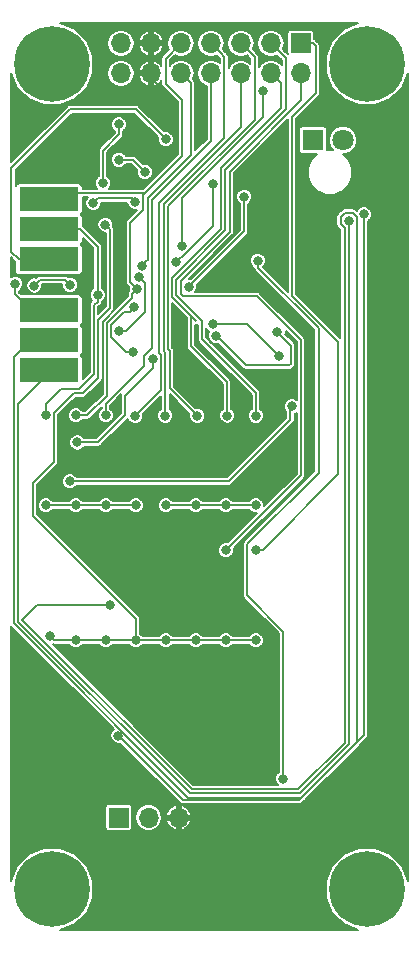
<source format=gbl>
G04 #@! TF.GenerationSoftware,KiCad,Pcbnew,5.0.2-bee76a0~70~ubuntu14.04.1*
G04 #@! TF.CreationDate,2018-12-14T16:25:12-07:00*
G04 #@! TF.ProjectId,while,7768696c-652e-46b6-9963-61645f706362,rev?*
G04 #@! TF.SameCoordinates,Original*
G04 #@! TF.FileFunction,Copper,L2,Bot*
G04 #@! TF.FilePolarity,Positive*
%FSLAX46Y46*%
G04 Gerber Fmt 4.6, Leading zero omitted, Abs format (unit mm)*
G04 Created by KiCad (PCBNEW 5.0.2-bee76a0~70~ubuntu14.04.1) date Fri 14 Dec 2018 04:25:12 PM MST*
%MOMM*%
%LPD*%
G01*
G04 APERTURE LIST*
G04 #@! TA.AperFunction,ComponentPad*
%ADD10R,1.800000X1.800000*%
G04 #@! TD*
G04 #@! TA.AperFunction,ComponentPad*
%ADD11C,1.800000*%
G04 #@! TD*
G04 #@! TA.AperFunction,ComponentPad*
%ADD12C,6.400000*%
G04 #@! TD*
G04 #@! TA.AperFunction,ComponentPad*
%ADD13R,1.700000X1.700000*%
G04 #@! TD*
G04 #@! TA.AperFunction,ComponentPad*
%ADD14O,1.700000X1.700000*%
G04 #@! TD*
G04 #@! TA.AperFunction,SMDPad,CuDef*
%ADD15R,5.000000X2.000000*%
G04 #@! TD*
G04 #@! TA.AperFunction,ViaPad*
%ADD16C,0.800000*%
G04 #@! TD*
G04 #@! TA.AperFunction,Conductor*
%ADD17C,0.160000*%
G04 #@! TD*
G04 APERTURE END LIST*
D10*
G04 #@! TO.P,D1,1*
G04 #@! TO.N,bus13*
X150114000Y-103203000D03*
D11*
G04 #@! TO.P,D1,2*
G04 #@! TO.N,Net-(D1-Pad2)*
X152654000Y-103203000D03*
G04 #@! TD*
D12*
G04 #@! TO.P,H1,1*
G04 #@! TO.N,Net-(H1-Pad1)*
X154686000Y-166624000D03*
G04 #@! TD*
G04 #@! TO.P,H2,1*
G04 #@! TO.N,Net-(H2-Pad1)*
X128016000Y-166624000D03*
G04 #@! TD*
G04 #@! TO.P,H3,1*
G04 #@! TO.N,Net-(H3-Pad1)*
X154686000Y-96774000D03*
G04 #@! TD*
G04 #@! TO.P,H4,1*
G04 #@! TO.N,Net-(H4-Pad1)*
X128016000Y-96774000D03*
G04 #@! TD*
D13*
G04 #@! TO.P,J5,1*
G04 #@! TO.N,bus1*
X149098000Y-94996000D03*
D14*
G04 #@! TO.P,J5,2*
G04 #@! TO.N,bus2*
X149098000Y-97536000D03*
G04 #@! TO.P,J5,3*
G04 #@! TO.N,bus3*
X146558000Y-94996000D03*
G04 #@! TO.P,J5,4*
G04 #@! TO.N,bus4*
X146558000Y-97536000D03*
G04 #@! TO.P,J5,5*
G04 #@! TO.N,bus5*
X144018000Y-94996000D03*
G04 #@! TO.P,J5,6*
G04 #@! TO.N,bus6*
X144018000Y-97536000D03*
G04 #@! TO.P,J5,7*
G04 #@! TO.N,bus7*
X141478000Y-94996000D03*
G04 #@! TO.P,J5,8*
G04 #@! TO.N,bus8*
X141478000Y-97536000D03*
G04 #@! TO.P,J5,9*
G04 #@! TO.N,RX*
X138938000Y-94996000D03*
G04 #@! TO.P,J5,10*
G04 #@! TO.N,TX*
X138938000Y-97536000D03*
G04 #@! TO.P,J5,11*
G04 #@! TO.N,bus11*
X136398000Y-94996000D03*
G04 #@! TO.P,J5,12*
X136398000Y-97536000D03*
G04 #@! TO.P,J5,13*
G04 #@! TO.N,bus13*
X133858000Y-94996000D03*
G04 #@! TO.P,J5,14*
X133858000Y-97536000D03*
G04 #@! TD*
D15*
G04 #@! TO.P,J1,6*
G04 #@! TO.N,d13*
X127762000Y-117602000D03*
G04 #@! TO.P,J1,5*
G04 #@! TO.N,d12*
X127762000Y-120142000D03*
G04 #@! TO.P,J1,4*
G04 #@! TO.N,d11*
X127762000Y-122682000D03*
G04 #@! TD*
G04 #@! TO.P,J3,4*
G04 #@! TO.N,RX*
X127762000Y-108204000D03*
G04 #@! TO.P,J3,5*
G04 #@! TO.N,TX*
X127762000Y-110744000D03*
G04 #@! TO.P,J3,6*
G04 #@! TO.N,DTR*
X127762000Y-113284000D03*
G04 #@! TD*
D13*
G04 #@! TO.P,J2,1*
G04 #@! TO.N,bus13*
X133670000Y-160550000D03*
D14*
G04 #@! TO.P,J2,2*
G04 #@! TO.N,condSelect*
X136210000Y-160550000D03*
G04 #@! TO.P,J2,3*
G04 #@! TO.N,bus11*
X138750000Y-160550000D03*
G04 #@! TD*
D16*
G04 #@! TO.N,XTAL1*
X147115000Y-119448000D03*
X141900000Y-119750000D03*
G04 #@! TO.N,XTAL2*
X147240000Y-121438000D03*
X141647838Y-118757174D03*
G04 #@! TO.N,RESET*
X133692000Y-101854000D03*
X132331079Y-106827877D03*
G04 #@! TO.N,DTR*
X137668000Y-103124000D03*
G04 #@! TO.N,a0*
X131530010Y-108519957D03*
X135079958Y-108443350D03*
G04 #@! TO.N,a1*
X145288000Y-145542000D03*
X142748000Y-145542000D03*
X140208000Y-145542000D03*
X137668000Y-145542000D03*
X135128000Y-145542000D03*
X132588000Y-145542000D03*
X130048000Y-145542000D03*
X132550000Y-110350000D03*
X127862971Y-145187029D03*
G04 #@! TO.N,RX*
X130048000Y-126492000D03*
X135230000Y-115800000D03*
G04 #@! TO.N,TX*
X131880010Y-116303331D03*
X135611292Y-113818004D03*
X127508000Y-126492000D03*
G04 #@! TO.N,a2*
X141666000Y-106934000D03*
X135000000Y-117350000D03*
X138558592Y-113511464D03*
X134875000Y-121109986D03*
G04 #@! TO.N,d10*
X145455000Y-113408000D03*
X147600000Y-157250000D03*
G04 #@! TO.N,d11*
X153150000Y-110000000D03*
G04 #@! TO.N,a3*
X144296000Y-107994000D03*
X139590067Y-115631332D03*
G04 #@! TO.N,d12*
X154432000Y-109474000D03*
X133650000Y-153600000D03*
X132900000Y-142550000D03*
G04 #@! TO.N,d13*
X124909241Y-115363077D03*
X145899998Y-99050000D03*
X139020724Y-112165136D03*
G04 #@! TO.N,a5*
X129540000Y-132080000D03*
X148336000Y-125730000D03*
X135384962Y-114792067D03*
X130158538Y-128789589D03*
X133706974Y-119350000D03*
X136590000Y-121690000D03*
G04 #@! TO.N,bus11*
X133905000Y-106830000D03*
X147030000Y-113408000D03*
X146750000Y-110699998D03*
X128150000Y-115730010D03*
X133649999Y-109080010D03*
X130906919Y-118960356D03*
X138910000Y-120790000D03*
G04 #@! TO.N,bus13*
X133692000Y-104854000D03*
X135890008Y-105894021D03*
X126534313Y-115500016D03*
X129550000Y-115450000D03*
G04 #@! TO.N,Net-(D2-Pad2)*
X132588000Y-134112000D03*
X135128000Y-134112000D03*
X130048000Y-134112000D03*
X127508000Y-134112000D03*
G04 #@! TO.N,bus1*
X145288002Y-137922002D03*
G04 #@! TO.N,bus2*
X142748000Y-137922000D03*
G04 #@! TO.N,bus3*
X145290000Y-126530000D03*
G04 #@! TO.N,bus4*
X142850010Y-126514642D03*
G04 #@! TO.N,bus5*
X140330000Y-126550000D03*
G04 #@! TO.N,bus6*
X137600000Y-126530000D03*
G04 #@! TO.N,bus7*
X135070000Y-126560000D03*
G04 #@! TO.N,bus8*
X132588000Y-126492000D03*
G04 #@! TO.N,condition*
X142748000Y-134112000D03*
X140208000Y-134112000D03*
X145288000Y-134112000D03*
X137668000Y-134112000D03*
G04 #@! TD*
D17*
G04 #@! TO.N,XTAL1*
X147115000Y-119448000D02*
X148250000Y-120583000D01*
X148250000Y-120583000D02*
X148250000Y-122150000D01*
X148250000Y-122150000D02*
X148130001Y-122269999D01*
X144419999Y-122269999D02*
X142299999Y-120149999D01*
X142299999Y-120149999D02*
X141900000Y-119750000D01*
X148130001Y-122269999D02*
X144419999Y-122269999D01*
G04 #@! TO.N,XTAL2*
X142213523Y-118757174D02*
X141647838Y-118757174D01*
X144559174Y-118757174D02*
X142213523Y-118757174D01*
X147240000Y-121438000D02*
X144559174Y-118757174D01*
G04 #@! TO.N,RESET*
X132331079Y-104074921D02*
X132331079Y-106262192D01*
X133692000Y-101854000D02*
X133692000Y-102714000D01*
X132331079Y-106262192D02*
X132331079Y-106827877D01*
X133692000Y-102714000D02*
X132331079Y-104074921D01*
G04 #@! TO.N,DTR*
X129540000Y-100584000D02*
X124586010Y-105537990D01*
X125222000Y-113284000D02*
X127762000Y-113284000D01*
X124586010Y-112648010D02*
X125222000Y-113284000D01*
X135128000Y-100584000D02*
X129540000Y-100584000D01*
X124586010Y-105537990D02*
X124586010Y-112648010D01*
X137668000Y-103124000D02*
X135128000Y-100584000D01*
G04 #@! TO.N,a0*
X131930009Y-108119958D02*
X134756566Y-108119958D01*
X134756566Y-108119958D02*
X135079958Y-108443350D01*
X131530010Y-108519957D02*
X131930009Y-108119958D01*
G04 #@! TO.N,a1*
X128217942Y-145542000D02*
X127862971Y-145187029D01*
X145288000Y-145542000D02*
X128217942Y-145542000D01*
X126385989Y-134985989D02*
X126385989Y-132234011D01*
X135128000Y-145542000D02*
X135128000Y-143728000D01*
X132949999Y-117396203D02*
X132949999Y-110749999D01*
X128188003Y-126321129D02*
X129879121Y-124630011D01*
X131946931Y-118399271D02*
X132949999Y-117396203D01*
X130669121Y-124630011D02*
X131946931Y-123352201D01*
X135128000Y-143728000D02*
X126385989Y-134985989D01*
X132949999Y-110749999D02*
X132550000Y-110350000D01*
X126385989Y-132234011D02*
X128188002Y-130431998D01*
X128188002Y-130431998D02*
X128188003Y-126321129D01*
X129879121Y-124630011D02*
X130669121Y-124630011D01*
X131946931Y-123352201D02*
X131946931Y-118399271D01*
G04 #@! TO.N,RX*
X139044011Y-104517977D02*
X137643988Y-105918000D01*
X137643988Y-105918000D02*
X135890000Y-107671988D01*
X139044011Y-99822000D02*
X139044011Y-104517977D01*
X137650000Y-98427989D02*
X139044011Y-99822000D01*
X137650000Y-96284000D02*
X137650000Y-98427989D01*
X138938000Y-94996000D02*
X137650000Y-96284000D01*
X128371988Y-107671988D02*
X135890000Y-107671988D01*
X128133986Y-107433986D02*
X128371988Y-107671988D01*
X127516014Y-107433986D02*
X128133986Y-107433986D01*
X126746000Y-108204000D02*
X127516014Y-107433986D01*
X135759968Y-109096032D02*
X134610001Y-110245999D01*
X135890000Y-107671988D02*
X135759968Y-107802020D01*
X134610001Y-110245999D02*
X134610001Y-115180001D01*
X134610001Y-115180001D02*
X134830001Y-115400001D01*
X135759968Y-107802020D02*
X135759968Y-109096032D01*
X134830001Y-115400001D02*
X135230000Y-115800000D01*
X132666953Y-124833047D02*
X132666953Y-118697512D01*
X134830001Y-116534464D02*
X134830001Y-116199999D01*
X131008000Y-126492000D02*
X132666953Y-124833047D01*
X130048000Y-126492000D02*
X131008000Y-126492000D01*
X134830001Y-116199999D02*
X135230000Y-115800000D01*
X132666953Y-118697512D02*
X134830001Y-116534464D01*
G04 #@! TO.N,TX*
X126746000Y-110744000D02*
X130417672Y-110744000D01*
X130417672Y-110744000D02*
X131880010Y-112206338D01*
X131880010Y-115737646D02*
X131880010Y-116303331D01*
X131880010Y-112206338D02*
X131880010Y-115737646D01*
X136011291Y-113418005D02*
X135611292Y-113818004D01*
X139787999Y-104423737D02*
X136119979Y-108091757D01*
X138938000Y-97536000D02*
X139787999Y-98385999D01*
X136119979Y-113309317D02*
X136011291Y-113418005D01*
X139787999Y-98385999D02*
X139787999Y-104423737D01*
X136119979Y-108091757D02*
X136119979Y-113309317D01*
X128770000Y-124270000D02*
X127508000Y-125532000D01*
X131586920Y-117162106D02*
X131586920Y-122987082D01*
X131586920Y-122987082D02*
X130304002Y-124270000D01*
X131880010Y-116869016D02*
X131586920Y-117162106D01*
X131880010Y-116303331D02*
X131880010Y-116869016D01*
X127508000Y-125532000D02*
X127508000Y-126492000D01*
X130304002Y-124270000D02*
X128770000Y-124270000D01*
G04 #@! TO.N,a2*
X138958591Y-113111465D02*
X138558592Y-113511464D01*
X139038535Y-113111465D02*
X138958591Y-113111465D01*
X141666000Y-110484000D02*
X139038535Y-113111465D01*
X141666000Y-106934000D02*
X141666000Y-110484000D01*
X134600001Y-117749999D02*
X134123598Y-117749999D01*
X135000000Y-117350000D02*
X134600001Y-117749999D01*
X133026964Y-118846633D02*
X133026964Y-119827635D01*
X134123598Y-117749999D02*
X133026964Y-118846633D01*
X134309315Y-121109986D02*
X134875000Y-121109986D01*
X133026964Y-119827635D02*
X134309315Y-121109986D01*
G04 #@! TO.N,d10*
X145455000Y-113983000D02*
X150595999Y-119123999D01*
X150595999Y-119123999D02*
X150595999Y-131344001D01*
X145455000Y-113408000D02*
X145455000Y-113983000D01*
X150595999Y-131344001D02*
X144526000Y-137414000D01*
X144526000Y-141732000D02*
X147600000Y-144806000D01*
X147600000Y-156684315D02*
X147600000Y-157250000D01*
X144526000Y-137414000D02*
X144526000Y-141732000D01*
X147600000Y-144806000D02*
X147600000Y-156684315D01*
G04 #@! TO.N,d11*
X153150000Y-110000000D02*
X153150000Y-154340868D01*
X153150000Y-154340868D02*
X148990868Y-158500000D01*
X139705132Y-158500000D02*
X125157969Y-143952837D01*
X148990868Y-158500000D02*
X139705132Y-158500000D01*
X125157969Y-143952837D02*
X125157969Y-125540031D01*
X125157969Y-125540031D02*
X128016000Y-122682000D01*
G04 #@! TO.N,a3*
X144296000Y-110925399D02*
X139990066Y-115231333D01*
X139990066Y-115231333D02*
X139590067Y-115631332D01*
X144296000Y-107994000D02*
X144296000Y-110925399D01*
G04 #@! TO.N,d12*
X134049999Y-153999999D02*
X133650000Y-153600000D01*
X154432000Y-153568000D02*
X148950000Y-159050000D01*
X139100000Y-159050000D02*
X134049999Y-153999999D01*
X148950000Y-159050000D02*
X139100000Y-159050000D01*
X154432000Y-109474000D02*
X154432000Y-153568000D01*
X128016000Y-120142000D02*
X126171998Y-120142000D01*
X153830001Y-154169998D02*
X153830001Y-109673599D01*
X152823599Y-109319999D02*
X152469999Y-109673599D01*
X152789990Y-110646392D02*
X152789990Y-154191748D01*
X124797959Y-144101958D02*
X139556011Y-158860010D01*
X148841748Y-158139990D02*
X139854252Y-158139990D01*
X152789990Y-154191748D02*
X148841748Y-158139990D01*
X124797959Y-121516039D02*
X124797959Y-144101958D01*
X152469999Y-110326401D02*
X152789990Y-110646392D01*
X152469999Y-109673599D02*
X152469999Y-110326401D01*
X125517979Y-143803717D02*
X126771696Y-142550000D01*
X126771696Y-142550000D02*
X132900000Y-142550000D01*
X149139989Y-158860010D02*
X153830001Y-154169998D01*
X139854252Y-158139990D02*
X125517979Y-143803717D01*
X139556011Y-158860010D02*
X149139989Y-158860010D01*
X126171998Y-120142000D02*
X124797959Y-121516039D01*
X153830001Y-109673599D02*
X153476401Y-109319999D01*
X153476401Y-109319999D02*
X152823599Y-109319999D01*
G04 #@! TO.N,d13*
X126262000Y-117602000D02*
X124909241Y-116249241D01*
X124909241Y-116249241D02*
X124909241Y-115928762D01*
X124909241Y-115928762D02*
X124909241Y-115363077D01*
X127762000Y-117602000D02*
X126262000Y-117602000D01*
X145899998Y-101227398D02*
X139020724Y-108106672D01*
X139020724Y-108106672D02*
X139020724Y-111599451D01*
X145899998Y-99050000D02*
X145899998Y-101227398D01*
X139020724Y-111599451D02*
X139020724Y-112165136D01*
G04 #@! TO.N,a5*
X143020162Y-132080000D02*
X129540000Y-132080000D01*
X148200000Y-126900162D02*
X143020162Y-132080000D01*
X148200000Y-125866000D02*
X148200000Y-126900162D01*
X148336000Y-125730000D02*
X148200000Y-125866000D01*
X135910001Y-117712658D02*
X134272659Y-119350000D01*
X135910001Y-115317106D02*
X135910001Y-117712658D01*
X135384962Y-114792067D02*
X135910001Y-115317106D01*
X134272659Y-119350000D02*
X133706974Y-119350000D01*
X134240000Y-126440000D02*
X134240000Y-124870000D01*
X136590000Y-122520000D02*
X136590000Y-122255685D01*
X136590000Y-122255685D02*
X136590000Y-121690000D01*
X134240000Y-124870000D02*
X136590000Y-122520000D01*
X130158538Y-128789589D02*
X131890411Y-128789589D01*
X131890411Y-128789589D02*
X134240000Y-126440000D01*
G04 #@! TO.N,bus11*
X134442500Y-106830000D02*
X133905000Y-106830000D01*
X135960433Y-106830000D02*
X134442500Y-106830000D01*
X138517999Y-100076000D02*
X138517999Y-104272434D01*
X136398000Y-97956001D02*
X138517999Y-100076000D01*
X138517999Y-104272434D02*
X135960433Y-106830000D01*
X136398000Y-97536000D02*
X136398000Y-97956001D01*
X147030000Y-110979998D02*
X146750000Y-110699998D01*
X147030000Y-113408000D02*
X147030000Y-110979998D01*
X128150000Y-115730010D02*
X128549999Y-116130009D01*
X130906919Y-118394671D02*
X130906919Y-118960356D01*
X130295694Y-116130009D02*
X130906919Y-116741234D01*
X130906919Y-116741234D02*
X130906919Y-118394671D01*
X128549999Y-116130009D02*
X130295694Y-116130009D01*
X130586264Y-125222000D02*
X129796264Y-125222000D01*
X129796264Y-125222000D02*
X128548013Y-126470251D01*
X129820001Y-131344001D02*
X138525999Y-131344001D01*
X128548013Y-126470251D02*
X128548013Y-130072013D01*
X138525999Y-131344001D02*
X142170000Y-127700000D01*
X142170000Y-127700000D02*
X142170000Y-124050000D01*
X133649999Y-109080010D02*
X133649999Y-117205335D01*
X139309999Y-121189999D02*
X138910000Y-120790000D01*
X128548013Y-130072013D02*
X129820001Y-131344001D01*
X132306942Y-123501322D02*
X130586264Y-125222000D01*
X133649999Y-117205335D02*
X132306942Y-118548391D01*
X142170000Y-124050000D02*
X139309999Y-121189999D01*
X132306942Y-118548391D02*
X132306942Y-123501322D01*
G04 #@! TO.N,bus13*
X133692000Y-104854000D02*
X134849987Y-104854000D01*
X135490009Y-105494022D02*
X135890008Y-105894021D01*
X134849987Y-104854000D02*
X135490009Y-105494022D01*
X126984328Y-115050001D02*
X129150001Y-115050001D01*
X126534313Y-115500016D02*
X126984328Y-115050001D01*
X129150001Y-115050001D02*
X129550000Y-115450000D01*
G04 #@! TO.N,Net-(D2-Pad2)*
X127508000Y-134112000D02*
X127526000Y-134130000D01*
X127508000Y-134112000D02*
X135128000Y-134112000D01*
G04 #@! TO.N,bus1*
X145853687Y-137922002D02*
X145288002Y-137922002D01*
X152278012Y-131497677D02*
X145853687Y-137922002D01*
X148350000Y-116368868D02*
X152278012Y-120296880D01*
X148350000Y-101226402D02*
X148350000Y-116368868D01*
X152278012Y-120296880D02*
X152278012Y-131497677D01*
X150368000Y-99208402D02*
X148350000Y-101226402D01*
X150368000Y-95256000D02*
X150368000Y-99208402D01*
X150108000Y-94996000D02*
X150368000Y-95256000D01*
X149098000Y-94996000D02*
X150108000Y-94996000D01*
G04 #@! TO.N,bus2*
X149097999Y-131572001D02*
X142748000Y-137922000D01*
X138910057Y-116190803D02*
X139143589Y-116424336D01*
X149098000Y-99825396D02*
X143066034Y-105857362D01*
X143066033Y-110983967D02*
X138910057Y-115139943D01*
X149097999Y-120141999D02*
X149097999Y-131572001D01*
X139143589Y-116424336D02*
X145380336Y-116424336D01*
X143066034Y-105857362D02*
X143066033Y-110983967D01*
X149098000Y-97536000D02*
X149098000Y-99825396D01*
X138910057Y-115139943D02*
X138910057Y-116190803D01*
X145380336Y-116424336D02*
X149097999Y-120141999D01*
G04 #@! TO.N,bus3*
X142706023Y-110834845D02*
X142706024Y-105708240D01*
X140706015Y-120048705D02*
X140706015Y-118495893D01*
X147830264Y-96268264D02*
X147407999Y-95845999D01*
X145290000Y-126530000D02*
X145290000Y-124632691D01*
X140706015Y-118495893D02*
X138550046Y-116339924D01*
X147830264Y-100584000D02*
X147830264Y-96268264D01*
X138550046Y-116339924D02*
X138550046Y-114990822D01*
X142706024Y-105708240D02*
X147830264Y-100584000D01*
X147407999Y-95845999D02*
X146558000Y-94996000D01*
X145290000Y-124632691D02*
X140706015Y-120048705D01*
X138550046Y-114990822D02*
X142706023Y-110834845D01*
G04 #@! TO.N,bus4*
X140208000Y-118507012D02*
X139800000Y-118099012D01*
X142850010Y-125948957D02*
X142850010Y-126514642D01*
X142850010Y-123710010D02*
X142850010Y-125948957D01*
X139800000Y-120660000D02*
X142850010Y-123710010D01*
X139800000Y-118099012D02*
X139800000Y-120660000D01*
X139800000Y-118099012D02*
X138190035Y-116489045D01*
X142346010Y-110685726D02*
X142346010Y-105559122D01*
X147407999Y-100497133D02*
X147407999Y-98385999D01*
X142346010Y-105559122D02*
X147407999Y-100497133D01*
X147407999Y-98385999D02*
X146558000Y-97536000D01*
X138190035Y-114841701D02*
X142346010Y-110685726D01*
X138190035Y-116489045D02*
X138190035Y-114841701D01*
G04 #@! TO.N,bus5*
X139930001Y-126150001D02*
X140330000Y-126550000D01*
X137830024Y-120905358D02*
X137990021Y-121065357D01*
X137990021Y-124210021D02*
X139930001Y-126150001D01*
X137830024Y-108788240D02*
X137830024Y-120905358D01*
X137990021Y-121065357D02*
X137990021Y-124210021D01*
X145169998Y-101448266D02*
X137830024Y-108788240D01*
X145169998Y-96147998D02*
X145169998Y-101448266D01*
X144018000Y-94996000D02*
X145169998Y-96147998D01*
G04 #@! TO.N,bus6*
X144018000Y-98738081D02*
X144018000Y-97536000D01*
X144018000Y-102091132D02*
X144018000Y-98738081D01*
X137600000Y-125964315D02*
X137630011Y-125934304D01*
X137470013Y-108639119D02*
X144018000Y-102091132D01*
X137630011Y-121214477D02*
X137470013Y-121054479D01*
X137600000Y-126530000D02*
X137600000Y-125964315D01*
X137630011Y-125934304D02*
X137630011Y-121214477D01*
X137470013Y-121054479D02*
X137470013Y-108639119D01*
G04 #@! TO.N,bus7*
X137270001Y-124359999D02*
X137270001Y-121363599D01*
X137110002Y-108489998D02*
X142608001Y-102991999D01*
X142608001Y-96126001D02*
X142327999Y-95845999D01*
X142327999Y-95845999D02*
X141478000Y-94996000D01*
X137270001Y-121363599D02*
X137110002Y-121203600D01*
X142608001Y-102991999D02*
X142608001Y-96126001D01*
X135070000Y-126560000D02*
X137270001Y-124359999D01*
X137110002Y-121203600D02*
X137110002Y-108489998D01*
G04 #@! TO.N,bus8*
X132588000Y-126492000D02*
X132588000Y-125532000D01*
X136479990Y-108240878D02*
X141478000Y-103242868D01*
X141478000Y-98738081D02*
X141478000Y-97536000D01*
X136479990Y-120793608D02*
X136479990Y-108240878D01*
X132588000Y-125532000D02*
X135829999Y-122290001D01*
X141478000Y-103242868D02*
X141478000Y-98738081D01*
X135829999Y-121443599D02*
X136479990Y-120793608D01*
X135829999Y-122290001D02*
X135829999Y-121443599D01*
G04 #@! TO.N,condition*
X140208000Y-134112000D02*
X145288000Y-134112000D01*
X140208000Y-134112000D02*
X137668000Y-134112000D01*
G04 #@! TD*
G04 #@! TO.N,bus11*
G36*
X152714738Y-93823799D02*
X151735799Y-94802738D01*
X151206000Y-96081785D01*
X151206000Y-97466215D01*
X151735799Y-98745262D01*
X152714738Y-99724201D01*
X153993785Y-100254000D01*
X155378215Y-100254000D01*
X156657262Y-99724201D01*
X157636201Y-98745262D01*
X158156001Y-97490355D01*
X158156000Y-165907643D01*
X157636201Y-164652738D01*
X156657262Y-163673799D01*
X155378215Y-163144000D01*
X153993785Y-163144000D01*
X152714738Y-163673799D01*
X151735799Y-164652738D01*
X151206000Y-165931785D01*
X151206000Y-167316215D01*
X151735799Y-168595262D01*
X152714738Y-169574201D01*
X153969643Y-170094000D01*
X128732357Y-170094000D01*
X129987262Y-169574201D01*
X130966201Y-168595262D01*
X131496000Y-167316215D01*
X131496000Y-165931785D01*
X130966201Y-164652738D01*
X129987262Y-163673799D01*
X128708215Y-163144000D01*
X127323785Y-163144000D01*
X126044738Y-163673799D01*
X125065799Y-164652738D01*
X124546000Y-165907643D01*
X124546000Y-159700000D01*
X132534515Y-159700000D01*
X132534515Y-161400000D01*
X132556246Y-161509250D01*
X132618132Y-161601868D01*
X132710750Y-161663754D01*
X132820000Y-161685485D01*
X134520000Y-161685485D01*
X134629250Y-161663754D01*
X134721868Y-161601868D01*
X134783754Y-161509250D01*
X134805485Y-161400000D01*
X134805485Y-160550000D01*
X135057862Y-160550000D01*
X135145563Y-160990904D01*
X135395315Y-161364685D01*
X135769096Y-161614437D01*
X136098704Y-161680000D01*
X136321296Y-161680000D01*
X136650904Y-161614437D01*
X137024685Y-161364685D01*
X137274437Y-160990904D01*
X137294470Y-160890188D01*
X137714427Y-160890188D01*
X137923440Y-161260589D01*
X138258289Y-161522809D01*
X138409815Y-161585555D01*
X138576000Y-161565197D01*
X138576000Y-160724000D01*
X138924000Y-160724000D01*
X138924000Y-161565197D01*
X139090185Y-161585555D01*
X139241711Y-161522809D01*
X139576560Y-161260589D01*
X139785573Y-160890188D01*
X139766040Y-160724000D01*
X138924000Y-160724000D01*
X138576000Y-160724000D01*
X137733960Y-160724000D01*
X137714427Y-160890188D01*
X137294470Y-160890188D01*
X137362138Y-160550000D01*
X137294471Y-160209812D01*
X137714427Y-160209812D01*
X137733960Y-160376000D01*
X138576000Y-160376000D01*
X138576000Y-159534803D01*
X138924000Y-159534803D01*
X138924000Y-160376000D01*
X139766040Y-160376000D01*
X139785573Y-160209812D01*
X139576560Y-159839411D01*
X139241711Y-159577191D01*
X139090185Y-159514445D01*
X138924000Y-159534803D01*
X138576000Y-159534803D01*
X138409815Y-159514445D01*
X138258289Y-159577191D01*
X137923440Y-159839411D01*
X137714427Y-160209812D01*
X137294471Y-160209812D01*
X137274437Y-160109096D01*
X137024685Y-159735315D01*
X136650904Y-159485563D01*
X136321296Y-159420000D01*
X136098704Y-159420000D01*
X135769096Y-159485563D01*
X135395315Y-159735315D01*
X135145563Y-160109096D01*
X135057862Y-160550000D01*
X134805485Y-160550000D01*
X134805485Y-159700000D01*
X134783754Y-159590750D01*
X134721868Y-159498132D01*
X134629250Y-159436246D01*
X134520000Y-159414515D01*
X132820000Y-159414515D01*
X132710750Y-159436246D01*
X132618132Y-159498132D01*
X132556246Y-159590750D01*
X132534515Y-159700000D01*
X124546000Y-159700000D01*
X124546000Y-144366571D01*
X124568471Y-144381586D01*
X133237610Y-153050725D01*
X133073524Y-153214811D01*
X132970000Y-153464740D01*
X132970000Y-153735260D01*
X133073524Y-153985189D01*
X133264811Y-154176476D01*
X133514740Y-154280000D01*
X133785260Y-154280000D01*
X133810449Y-154269566D01*
X133820509Y-154279626D01*
X133820512Y-154279628D01*
X138820372Y-159279489D01*
X138840455Y-159309545D01*
X138870510Y-159329627D01*
X138959535Y-159389112D01*
X139100000Y-159417052D01*
X139135453Y-159410000D01*
X148914547Y-159410000D01*
X148950000Y-159417052D01*
X148985453Y-159410000D01*
X149090465Y-159389112D01*
X149209545Y-159309545D01*
X149229630Y-159279486D01*
X149369479Y-159139637D01*
X149399534Y-159119555D01*
X149419616Y-159089500D01*
X154059495Y-154449622D01*
X154089545Y-154429543D01*
X154109624Y-154399492D01*
X154661489Y-153847628D01*
X154691545Y-153827545D01*
X154771112Y-153708465D01*
X154792000Y-153603453D01*
X154799052Y-153568000D01*
X154792000Y-153532547D01*
X154792000Y-110060910D01*
X154817189Y-110050476D01*
X155008476Y-109859189D01*
X155112000Y-109609260D01*
X155112000Y-109338740D01*
X155008476Y-109088811D01*
X154817189Y-108897524D01*
X154567260Y-108794000D01*
X154296740Y-108794000D01*
X154046811Y-108897524D01*
X153855524Y-109088811D01*
X153825885Y-109160366D01*
X153756030Y-109090512D01*
X153735946Y-109060454D01*
X153616866Y-108980887D01*
X153511854Y-108959999D01*
X153476401Y-108952947D01*
X153440948Y-108959999D01*
X152859052Y-108959999D01*
X152823599Y-108952947D01*
X152788146Y-108959999D01*
X152683134Y-108980887D01*
X152564054Y-109060454D01*
X152543971Y-109090510D01*
X152240510Y-109393972D01*
X152210454Y-109414055D01*
X152130888Y-109533134D01*
X152130887Y-109533135D01*
X152102947Y-109673599D01*
X152109999Y-109709052D01*
X152110000Y-110290944D01*
X152102947Y-110326401D01*
X152130887Y-110466865D01*
X152166731Y-110520509D01*
X152210455Y-110585946D01*
X152240510Y-110606028D01*
X152429990Y-110795509D01*
X152429990Y-119939741D01*
X148710000Y-116219752D01*
X148710000Y-102303000D01*
X148928515Y-102303000D01*
X148928515Y-104103000D01*
X148950246Y-104212250D01*
X149012132Y-104304868D01*
X149104750Y-104366754D01*
X149214000Y-104388485D01*
X150436294Y-104388485D01*
X149971713Y-104853066D01*
X149685500Y-105544045D01*
X149685500Y-106291955D01*
X149971713Y-106982934D01*
X150500566Y-107511787D01*
X151191545Y-107798000D01*
X151939455Y-107798000D01*
X152630434Y-107511787D01*
X153159287Y-106982934D01*
X153445500Y-106291955D01*
X153445500Y-105544045D01*
X153159287Y-104853066D01*
X152689221Y-104383000D01*
X152888717Y-104383000D01*
X153322417Y-104203356D01*
X153654356Y-103871417D01*
X153834000Y-103437717D01*
X153834000Y-102968283D01*
X153654356Y-102534583D01*
X153322417Y-102202644D01*
X152888717Y-102023000D01*
X152419283Y-102023000D01*
X151985583Y-102202644D01*
X151653644Y-102534583D01*
X151474000Y-102968283D01*
X151474000Y-103437717D01*
X151653644Y-103871417D01*
X151820227Y-104038000D01*
X151299485Y-104038000D01*
X151299485Y-102303000D01*
X151277754Y-102193750D01*
X151215868Y-102101132D01*
X151123250Y-102039246D01*
X151014000Y-102017515D01*
X149214000Y-102017515D01*
X149104750Y-102039246D01*
X149012132Y-102101132D01*
X148950246Y-102193750D01*
X148928515Y-102303000D01*
X148710000Y-102303000D01*
X148710000Y-101375518D01*
X150597489Y-99488030D01*
X150627545Y-99467947D01*
X150707112Y-99348867D01*
X150728000Y-99243855D01*
X150735052Y-99208402D01*
X150728000Y-99172949D01*
X150728000Y-95291453D01*
X150735052Y-95256000D01*
X150707112Y-95115535D01*
X150647627Y-95026510D01*
X150647625Y-95026508D01*
X150627544Y-94996455D01*
X150597491Y-94976374D01*
X150387629Y-94766513D01*
X150367545Y-94736455D01*
X150248465Y-94656888D01*
X150233485Y-94653908D01*
X150233485Y-94146000D01*
X150211754Y-94036750D01*
X150149868Y-93944132D01*
X150057250Y-93882246D01*
X149948000Y-93860515D01*
X148248000Y-93860515D01*
X148138750Y-93882246D01*
X148046132Y-93944132D01*
X147984246Y-94036750D01*
X147962515Y-94146000D01*
X147962515Y-95846000D01*
X147973787Y-95902671D01*
X147687628Y-95616512D01*
X147687626Y-95616509D01*
X147576608Y-95505492D01*
X147622437Y-95436904D01*
X147710138Y-94996000D01*
X147622437Y-94555096D01*
X147372685Y-94181315D01*
X146998904Y-93931563D01*
X146669296Y-93866000D01*
X146446704Y-93866000D01*
X146117096Y-93931563D01*
X145743315Y-94181315D01*
X145493563Y-94555096D01*
X145405862Y-94996000D01*
X145493563Y-95436904D01*
X145743315Y-95810685D01*
X146117096Y-96060437D01*
X146446704Y-96126000D01*
X146669296Y-96126000D01*
X146998904Y-96060437D01*
X147067492Y-96014608D01*
X147178509Y-96125626D01*
X147178512Y-96125628D01*
X147470265Y-96417382D01*
X147470265Y-96867354D01*
X147372685Y-96721315D01*
X146998904Y-96471563D01*
X146669296Y-96406000D01*
X146446704Y-96406000D01*
X146117096Y-96471563D01*
X145743315Y-96721315D01*
X145529998Y-97040567D01*
X145529998Y-96183446D01*
X145537049Y-96147997D01*
X145529998Y-96112546D01*
X145529998Y-96112545D01*
X145509110Y-96007533D01*
X145474175Y-95955250D01*
X145449625Y-95918508D01*
X145449623Y-95918506D01*
X145429542Y-95888453D01*
X145399489Y-95868372D01*
X145036608Y-95505492D01*
X145082437Y-95436904D01*
X145170138Y-94996000D01*
X145082437Y-94555096D01*
X144832685Y-94181315D01*
X144458904Y-93931563D01*
X144129296Y-93866000D01*
X143906704Y-93866000D01*
X143577096Y-93931563D01*
X143203315Y-94181315D01*
X142953563Y-94555096D01*
X142865862Y-94996000D01*
X142953563Y-95436904D01*
X143203315Y-95810685D01*
X143577096Y-96060437D01*
X143906704Y-96126000D01*
X144129296Y-96126000D01*
X144458904Y-96060437D01*
X144527492Y-96014608D01*
X144809998Y-96297115D01*
X144809998Y-96706156D01*
X144458904Y-96471563D01*
X144129296Y-96406000D01*
X143906704Y-96406000D01*
X143577096Y-96471563D01*
X143203315Y-96721315D01*
X142968001Y-97073488D01*
X142968001Y-96161454D01*
X142975053Y-96126001D01*
X142947113Y-95985536D01*
X142887628Y-95896511D01*
X142867546Y-95866456D01*
X142837490Y-95846373D01*
X142607628Y-95616512D01*
X142607626Y-95616509D01*
X142496608Y-95505492D01*
X142542437Y-95436904D01*
X142630138Y-94996000D01*
X142542437Y-94555096D01*
X142292685Y-94181315D01*
X141918904Y-93931563D01*
X141589296Y-93866000D01*
X141366704Y-93866000D01*
X141037096Y-93931563D01*
X140663315Y-94181315D01*
X140413563Y-94555096D01*
X140325862Y-94996000D01*
X140413563Y-95436904D01*
X140663315Y-95810685D01*
X141037096Y-96060437D01*
X141366704Y-96126000D01*
X141589296Y-96126000D01*
X141918904Y-96060437D01*
X141987492Y-96014608D01*
X142098509Y-96125626D01*
X142098512Y-96125628D01*
X142248002Y-96275119D01*
X142248002Y-96691459D01*
X141918904Y-96471563D01*
X141589296Y-96406000D01*
X141366704Y-96406000D01*
X141037096Y-96471563D01*
X140663315Y-96721315D01*
X140413563Y-97095096D01*
X140325862Y-97536000D01*
X140413563Y-97976904D01*
X140663315Y-98350685D01*
X141037096Y-98600437D01*
X141118000Y-98616530D01*
X141118000Y-98773533D01*
X141118001Y-98773538D01*
X141118000Y-103093751D01*
X140147999Y-104063752D01*
X140147999Y-98421447D01*
X140155050Y-98385998D01*
X140147999Y-98350547D01*
X140147999Y-98350546D01*
X140127111Y-98245534D01*
X140075601Y-98168445D01*
X140067626Y-98156509D01*
X140067624Y-98156507D01*
X140047543Y-98126454D01*
X140017490Y-98106373D01*
X139956608Y-98045492D01*
X140002437Y-97976904D01*
X140090138Y-97536000D01*
X140002437Y-97095096D01*
X139752685Y-96721315D01*
X139378904Y-96471563D01*
X139049296Y-96406000D01*
X138826704Y-96406000D01*
X138497096Y-96471563D01*
X138123315Y-96721315D01*
X138010000Y-96890903D01*
X138010000Y-96433116D01*
X138428508Y-96014608D01*
X138497096Y-96060437D01*
X138826704Y-96126000D01*
X139049296Y-96126000D01*
X139378904Y-96060437D01*
X139752685Y-95810685D01*
X140002437Y-95436904D01*
X140090138Y-94996000D01*
X140002437Y-94555096D01*
X139752685Y-94181315D01*
X139378904Y-93931563D01*
X139049296Y-93866000D01*
X138826704Y-93866000D01*
X138497096Y-93931563D01*
X138123315Y-94181315D01*
X137873563Y-94555096D01*
X137785862Y-94996000D01*
X137873563Y-95436904D01*
X137919392Y-95505492D01*
X137420511Y-96004373D01*
X137390455Y-96024456D01*
X137331596Y-96112545D01*
X137310888Y-96143536D01*
X137282948Y-96284000D01*
X137290000Y-96319453D01*
X137290000Y-96941381D01*
X137224560Y-96825411D01*
X136889711Y-96563191D01*
X136738185Y-96500445D01*
X136572000Y-96520803D01*
X136572000Y-97362000D01*
X136592000Y-97362000D01*
X136592000Y-97710000D01*
X136572000Y-97710000D01*
X136572000Y-98551197D01*
X136738185Y-98571555D01*
X136889711Y-98508809D01*
X137224560Y-98246589D01*
X137290001Y-98130618D01*
X137290001Y-98392531D01*
X137282948Y-98427989D01*
X137310888Y-98568453D01*
X137310889Y-98568454D01*
X137390456Y-98687534D01*
X137420511Y-98707616D01*
X138684011Y-99971117D01*
X138684012Y-104368859D01*
X137414501Y-105638371D01*
X137414498Y-105638373D01*
X135740884Y-107311988D01*
X132808633Y-107311988D01*
X132907555Y-107213066D01*
X133011079Y-106963137D01*
X133011079Y-106692617D01*
X132907555Y-106442688D01*
X132716268Y-106251401D01*
X132691079Y-106240967D01*
X132691079Y-104718740D01*
X133012000Y-104718740D01*
X133012000Y-104989260D01*
X133115524Y-105239189D01*
X133306811Y-105430476D01*
X133556740Y-105534000D01*
X133827260Y-105534000D01*
X134077189Y-105430476D01*
X134268476Y-105239189D01*
X134278910Y-105214000D01*
X134700871Y-105214000D01*
X135220442Y-105733572D01*
X135210008Y-105758761D01*
X135210008Y-106029281D01*
X135313532Y-106279210D01*
X135504819Y-106470497D01*
X135754748Y-106574021D01*
X136025268Y-106574021D01*
X136275197Y-106470497D01*
X136466484Y-106279210D01*
X136570008Y-106029281D01*
X136570008Y-105758761D01*
X136466484Y-105508832D01*
X136275197Y-105317545D01*
X136025268Y-105214021D01*
X135754748Y-105214021D01*
X135729559Y-105224455D01*
X135129616Y-104624513D01*
X135109532Y-104594455D01*
X134990452Y-104514888D01*
X134885440Y-104494000D01*
X134849987Y-104486948D01*
X134814534Y-104494000D01*
X134278910Y-104494000D01*
X134268476Y-104468811D01*
X134077189Y-104277524D01*
X133827260Y-104174000D01*
X133556740Y-104174000D01*
X133306811Y-104277524D01*
X133115524Y-104468811D01*
X133012000Y-104718740D01*
X132691079Y-104718740D01*
X132691079Y-104224037D01*
X133921489Y-102993628D01*
X133951545Y-102973545D01*
X134031112Y-102854465D01*
X134052000Y-102749453D01*
X134059052Y-102714000D01*
X134052000Y-102678547D01*
X134052000Y-102440910D01*
X134077189Y-102430476D01*
X134268476Y-102239189D01*
X134372000Y-101989260D01*
X134372000Y-101718740D01*
X134268476Y-101468811D01*
X134077189Y-101277524D01*
X133827260Y-101174000D01*
X133556740Y-101174000D01*
X133306811Y-101277524D01*
X133115524Y-101468811D01*
X133012000Y-101718740D01*
X133012000Y-101989260D01*
X133115524Y-102239189D01*
X133306811Y-102430476D01*
X133332001Y-102440910D01*
X133332001Y-102564882D01*
X132101590Y-103795294D01*
X132071534Y-103815377D01*
X132051452Y-103845432D01*
X131991967Y-103934457D01*
X131964027Y-104074921D01*
X131971079Y-104110374D01*
X131971080Y-106226735D01*
X131971079Y-106226740D01*
X131971079Y-106240967D01*
X131945890Y-106251401D01*
X131754603Y-106442688D01*
X131651079Y-106692617D01*
X131651079Y-106963137D01*
X131754603Y-107213066D01*
X131853525Y-107311988D01*
X130618856Y-107311988D01*
X130618856Y-107204000D01*
X130591692Y-107067437D01*
X130514335Y-106951665D01*
X130398563Y-106874308D01*
X130262000Y-106847144D01*
X125262000Y-106847144D01*
X125125437Y-106874308D01*
X125009665Y-106951665D01*
X124946010Y-107046931D01*
X124946010Y-105687106D01*
X129689117Y-100944000D01*
X134978884Y-100944000D01*
X136998434Y-102963551D01*
X136988000Y-102988740D01*
X136988000Y-103259260D01*
X137091524Y-103509189D01*
X137282811Y-103700476D01*
X137532740Y-103804000D01*
X137803260Y-103804000D01*
X138053189Y-103700476D01*
X138244476Y-103509189D01*
X138348000Y-103259260D01*
X138348000Y-102988740D01*
X138244476Y-102738811D01*
X138053189Y-102547524D01*
X137803260Y-102444000D01*
X137532740Y-102444000D01*
X137507551Y-102454434D01*
X135407630Y-100354514D01*
X135387545Y-100324455D01*
X135268465Y-100244888D01*
X135163453Y-100224000D01*
X135128000Y-100216948D01*
X135092547Y-100224000D01*
X129575453Y-100224000D01*
X129540000Y-100216948D01*
X129504547Y-100224000D01*
X129399535Y-100244888D01*
X129280455Y-100324455D01*
X129260372Y-100354511D01*
X124546000Y-105068884D01*
X124546000Y-97490357D01*
X125065799Y-98745262D01*
X126044738Y-99724201D01*
X127323785Y-100254000D01*
X128708215Y-100254000D01*
X129987262Y-99724201D01*
X130966201Y-98745262D01*
X131467094Y-97536000D01*
X132705862Y-97536000D01*
X132793563Y-97976904D01*
X133043315Y-98350685D01*
X133417096Y-98600437D01*
X133746704Y-98666000D01*
X133969296Y-98666000D01*
X134298904Y-98600437D01*
X134672685Y-98350685D01*
X134922437Y-97976904D01*
X134942470Y-97876188D01*
X135362427Y-97876188D01*
X135571440Y-98246589D01*
X135906289Y-98508809D01*
X136057815Y-98571555D01*
X136224000Y-98551197D01*
X136224000Y-97710000D01*
X135381960Y-97710000D01*
X135362427Y-97876188D01*
X134942470Y-97876188D01*
X135010138Y-97536000D01*
X134942471Y-97195812D01*
X135362427Y-97195812D01*
X135381960Y-97362000D01*
X136224000Y-97362000D01*
X136224000Y-96520803D01*
X136057815Y-96500445D01*
X135906289Y-96563191D01*
X135571440Y-96825411D01*
X135362427Y-97195812D01*
X134942471Y-97195812D01*
X134922437Y-97095096D01*
X134672685Y-96721315D01*
X134298904Y-96471563D01*
X133969296Y-96406000D01*
X133746704Y-96406000D01*
X133417096Y-96471563D01*
X133043315Y-96721315D01*
X132793563Y-97095096D01*
X132705862Y-97536000D01*
X131467094Y-97536000D01*
X131496000Y-97466215D01*
X131496000Y-96081785D01*
X131046253Y-94996000D01*
X132705862Y-94996000D01*
X132793563Y-95436904D01*
X133043315Y-95810685D01*
X133417096Y-96060437D01*
X133746704Y-96126000D01*
X133969296Y-96126000D01*
X134298904Y-96060437D01*
X134672685Y-95810685D01*
X134922437Y-95436904D01*
X134942470Y-95336188D01*
X135362427Y-95336188D01*
X135571440Y-95706589D01*
X135906289Y-95968809D01*
X136057815Y-96031555D01*
X136224000Y-96011197D01*
X136224000Y-95170000D01*
X136572000Y-95170000D01*
X136572000Y-96011197D01*
X136738185Y-96031555D01*
X136889711Y-95968809D01*
X137224560Y-95706589D01*
X137433573Y-95336188D01*
X137414040Y-95170000D01*
X136572000Y-95170000D01*
X136224000Y-95170000D01*
X135381960Y-95170000D01*
X135362427Y-95336188D01*
X134942470Y-95336188D01*
X135010138Y-94996000D01*
X134942471Y-94655812D01*
X135362427Y-94655812D01*
X135381960Y-94822000D01*
X136224000Y-94822000D01*
X136224000Y-93980803D01*
X136572000Y-93980803D01*
X136572000Y-94822000D01*
X137414040Y-94822000D01*
X137433573Y-94655812D01*
X137224560Y-94285411D01*
X136889711Y-94023191D01*
X136738185Y-93960445D01*
X136572000Y-93980803D01*
X136224000Y-93980803D01*
X136057815Y-93960445D01*
X135906289Y-94023191D01*
X135571440Y-94285411D01*
X135362427Y-94655812D01*
X134942471Y-94655812D01*
X134922437Y-94555096D01*
X134672685Y-94181315D01*
X134298904Y-93931563D01*
X133969296Y-93866000D01*
X133746704Y-93866000D01*
X133417096Y-93931563D01*
X133043315Y-94181315D01*
X132793563Y-94555096D01*
X132705862Y-94996000D01*
X131046253Y-94996000D01*
X130966201Y-94802738D01*
X129987262Y-93823799D01*
X128732357Y-93304000D01*
X153969643Y-93304000D01*
X152714738Y-93823799D01*
X152714738Y-93823799D01*
G37*
X152714738Y-93823799D02*
X151735799Y-94802738D01*
X151206000Y-96081785D01*
X151206000Y-97466215D01*
X151735799Y-98745262D01*
X152714738Y-99724201D01*
X153993785Y-100254000D01*
X155378215Y-100254000D01*
X156657262Y-99724201D01*
X157636201Y-98745262D01*
X158156001Y-97490355D01*
X158156000Y-165907643D01*
X157636201Y-164652738D01*
X156657262Y-163673799D01*
X155378215Y-163144000D01*
X153993785Y-163144000D01*
X152714738Y-163673799D01*
X151735799Y-164652738D01*
X151206000Y-165931785D01*
X151206000Y-167316215D01*
X151735799Y-168595262D01*
X152714738Y-169574201D01*
X153969643Y-170094000D01*
X128732357Y-170094000D01*
X129987262Y-169574201D01*
X130966201Y-168595262D01*
X131496000Y-167316215D01*
X131496000Y-165931785D01*
X130966201Y-164652738D01*
X129987262Y-163673799D01*
X128708215Y-163144000D01*
X127323785Y-163144000D01*
X126044738Y-163673799D01*
X125065799Y-164652738D01*
X124546000Y-165907643D01*
X124546000Y-159700000D01*
X132534515Y-159700000D01*
X132534515Y-161400000D01*
X132556246Y-161509250D01*
X132618132Y-161601868D01*
X132710750Y-161663754D01*
X132820000Y-161685485D01*
X134520000Y-161685485D01*
X134629250Y-161663754D01*
X134721868Y-161601868D01*
X134783754Y-161509250D01*
X134805485Y-161400000D01*
X134805485Y-160550000D01*
X135057862Y-160550000D01*
X135145563Y-160990904D01*
X135395315Y-161364685D01*
X135769096Y-161614437D01*
X136098704Y-161680000D01*
X136321296Y-161680000D01*
X136650904Y-161614437D01*
X137024685Y-161364685D01*
X137274437Y-160990904D01*
X137294470Y-160890188D01*
X137714427Y-160890188D01*
X137923440Y-161260589D01*
X138258289Y-161522809D01*
X138409815Y-161585555D01*
X138576000Y-161565197D01*
X138576000Y-160724000D01*
X138924000Y-160724000D01*
X138924000Y-161565197D01*
X139090185Y-161585555D01*
X139241711Y-161522809D01*
X139576560Y-161260589D01*
X139785573Y-160890188D01*
X139766040Y-160724000D01*
X138924000Y-160724000D01*
X138576000Y-160724000D01*
X137733960Y-160724000D01*
X137714427Y-160890188D01*
X137294470Y-160890188D01*
X137362138Y-160550000D01*
X137294471Y-160209812D01*
X137714427Y-160209812D01*
X137733960Y-160376000D01*
X138576000Y-160376000D01*
X138576000Y-159534803D01*
X138924000Y-159534803D01*
X138924000Y-160376000D01*
X139766040Y-160376000D01*
X139785573Y-160209812D01*
X139576560Y-159839411D01*
X139241711Y-159577191D01*
X139090185Y-159514445D01*
X138924000Y-159534803D01*
X138576000Y-159534803D01*
X138409815Y-159514445D01*
X138258289Y-159577191D01*
X137923440Y-159839411D01*
X137714427Y-160209812D01*
X137294471Y-160209812D01*
X137274437Y-160109096D01*
X137024685Y-159735315D01*
X136650904Y-159485563D01*
X136321296Y-159420000D01*
X136098704Y-159420000D01*
X135769096Y-159485563D01*
X135395315Y-159735315D01*
X135145563Y-160109096D01*
X135057862Y-160550000D01*
X134805485Y-160550000D01*
X134805485Y-159700000D01*
X134783754Y-159590750D01*
X134721868Y-159498132D01*
X134629250Y-159436246D01*
X134520000Y-159414515D01*
X132820000Y-159414515D01*
X132710750Y-159436246D01*
X132618132Y-159498132D01*
X132556246Y-159590750D01*
X132534515Y-159700000D01*
X124546000Y-159700000D01*
X124546000Y-144366571D01*
X124568471Y-144381586D01*
X133237610Y-153050725D01*
X133073524Y-153214811D01*
X132970000Y-153464740D01*
X132970000Y-153735260D01*
X133073524Y-153985189D01*
X133264811Y-154176476D01*
X133514740Y-154280000D01*
X133785260Y-154280000D01*
X133810449Y-154269566D01*
X133820509Y-154279626D01*
X133820512Y-154279628D01*
X138820372Y-159279489D01*
X138840455Y-159309545D01*
X138870510Y-159329627D01*
X138959535Y-159389112D01*
X139100000Y-159417052D01*
X139135453Y-159410000D01*
X148914547Y-159410000D01*
X148950000Y-159417052D01*
X148985453Y-159410000D01*
X149090465Y-159389112D01*
X149209545Y-159309545D01*
X149229630Y-159279486D01*
X149369479Y-159139637D01*
X149399534Y-159119555D01*
X149419616Y-159089500D01*
X154059495Y-154449622D01*
X154089545Y-154429543D01*
X154109624Y-154399492D01*
X154661489Y-153847628D01*
X154691545Y-153827545D01*
X154771112Y-153708465D01*
X154792000Y-153603453D01*
X154799052Y-153568000D01*
X154792000Y-153532547D01*
X154792000Y-110060910D01*
X154817189Y-110050476D01*
X155008476Y-109859189D01*
X155112000Y-109609260D01*
X155112000Y-109338740D01*
X155008476Y-109088811D01*
X154817189Y-108897524D01*
X154567260Y-108794000D01*
X154296740Y-108794000D01*
X154046811Y-108897524D01*
X153855524Y-109088811D01*
X153825885Y-109160366D01*
X153756030Y-109090512D01*
X153735946Y-109060454D01*
X153616866Y-108980887D01*
X153511854Y-108959999D01*
X153476401Y-108952947D01*
X153440948Y-108959999D01*
X152859052Y-108959999D01*
X152823599Y-108952947D01*
X152788146Y-108959999D01*
X152683134Y-108980887D01*
X152564054Y-109060454D01*
X152543971Y-109090510D01*
X152240510Y-109393972D01*
X152210454Y-109414055D01*
X152130888Y-109533134D01*
X152130887Y-109533135D01*
X152102947Y-109673599D01*
X152109999Y-109709052D01*
X152110000Y-110290944D01*
X152102947Y-110326401D01*
X152130887Y-110466865D01*
X152166731Y-110520509D01*
X152210455Y-110585946D01*
X152240510Y-110606028D01*
X152429990Y-110795509D01*
X152429990Y-119939741D01*
X148710000Y-116219752D01*
X148710000Y-102303000D01*
X148928515Y-102303000D01*
X148928515Y-104103000D01*
X148950246Y-104212250D01*
X149012132Y-104304868D01*
X149104750Y-104366754D01*
X149214000Y-104388485D01*
X150436294Y-104388485D01*
X149971713Y-104853066D01*
X149685500Y-105544045D01*
X149685500Y-106291955D01*
X149971713Y-106982934D01*
X150500566Y-107511787D01*
X151191545Y-107798000D01*
X151939455Y-107798000D01*
X152630434Y-107511787D01*
X153159287Y-106982934D01*
X153445500Y-106291955D01*
X153445500Y-105544045D01*
X153159287Y-104853066D01*
X152689221Y-104383000D01*
X152888717Y-104383000D01*
X153322417Y-104203356D01*
X153654356Y-103871417D01*
X153834000Y-103437717D01*
X153834000Y-102968283D01*
X153654356Y-102534583D01*
X153322417Y-102202644D01*
X152888717Y-102023000D01*
X152419283Y-102023000D01*
X151985583Y-102202644D01*
X151653644Y-102534583D01*
X151474000Y-102968283D01*
X151474000Y-103437717D01*
X151653644Y-103871417D01*
X151820227Y-104038000D01*
X151299485Y-104038000D01*
X151299485Y-102303000D01*
X151277754Y-102193750D01*
X151215868Y-102101132D01*
X151123250Y-102039246D01*
X151014000Y-102017515D01*
X149214000Y-102017515D01*
X149104750Y-102039246D01*
X149012132Y-102101132D01*
X148950246Y-102193750D01*
X148928515Y-102303000D01*
X148710000Y-102303000D01*
X148710000Y-101375518D01*
X150597489Y-99488030D01*
X150627545Y-99467947D01*
X150707112Y-99348867D01*
X150728000Y-99243855D01*
X150735052Y-99208402D01*
X150728000Y-99172949D01*
X150728000Y-95291453D01*
X150735052Y-95256000D01*
X150707112Y-95115535D01*
X150647627Y-95026510D01*
X150647625Y-95026508D01*
X150627544Y-94996455D01*
X150597491Y-94976374D01*
X150387629Y-94766513D01*
X150367545Y-94736455D01*
X150248465Y-94656888D01*
X150233485Y-94653908D01*
X150233485Y-94146000D01*
X150211754Y-94036750D01*
X150149868Y-93944132D01*
X150057250Y-93882246D01*
X149948000Y-93860515D01*
X148248000Y-93860515D01*
X148138750Y-93882246D01*
X148046132Y-93944132D01*
X147984246Y-94036750D01*
X147962515Y-94146000D01*
X147962515Y-95846000D01*
X147973787Y-95902671D01*
X147687628Y-95616512D01*
X147687626Y-95616509D01*
X147576608Y-95505492D01*
X147622437Y-95436904D01*
X147710138Y-94996000D01*
X147622437Y-94555096D01*
X147372685Y-94181315D01*
X146998904Y-93931563D01*
X146669296Y-93866000D01*
X146446704Y-93866000D01*
X146117096Y-93931563D01*
X145743315Y-94181315D01*
X145493563Y-94555096D01*
X145405862Y-94996000D01*
X145493563Y-95436904D01*
X145743315Y-95810685D01*
X146117096Y-96060437D01*
X146446704Y-96126000D01*
X146669296Y-96126000D01*
X146998904Y-96060437D01*
X147067492Y-96014608D01*
X147178509Y-96125626D01*
X147178512Y-96125628D01*
X147470265Y-96417382D01*
X147470265Y-96867354D01*
X147372685Y-96721315D01*
X146998904Y-96471563D01*
X146669296Y-96406000D01*
X146446704Y-96406000D01*
X146117096Y-96471563D01*
X145743315Y-96721315D01*
X145529998Y-97040567D01*
X145529998Y-96183446D01*
X145537049Y-96147997D01*
X145529998Y-96112546D01*
X145529998Y-96112545D01*
X145509110Y-96007533D01*
X145474175Y-95955250D01*
X145449625Y-95918508D01*
X145449623Y-95918506D01*
X145429542Y-95888453D01*
X145399489Y-95868372D01*
X145036608Y-95505492D01*
X145082437Y-95436904D01*
X145170138Y-94996000D01*
X145082437Y-94555096D01*
X144832685Y-94181315D01*
X144458904Y-93931563D01*
X144129296Y-93866000D01*
X143906704Y-93866000D01*
X143577096Y-93931563D01*
X143203315Y-94181315D01*
X142953563Y-94555096D01*
X142865862Y-94996000D01*
X142953563Y-95436904D01*
X143203315Y-95810685D01*
X143577096Y-96060437D01*
X143906704Y-96126000D01*
X144129296Y-96126000D01*
X144458904Y-96060437D01*
X144527492Y-96014608D01*
X144809998Y-96297115D01*
X144809998Y-96706156D01*
X144458904Y-96471563D01*
X144129296Y-96406000D01*
X143906704Y-96406000D01*
X143577096Y-96471563D01*
X143203315Y-96721315D01*
X142968001Y-97073488D01*
X142968001Y-96161454D01*
X142975053Y-96126001D01*
X142947113Y-95985536D01*
X142887628Y-95896511D01*
X142867546Y-95866456D01*
X142837490Y-95846373D01*
X142607628Y-95616512D01*
X142607626Y-95616509D01*
X142496608Y-95505492D01*
X142542437Y-95436904D01*
X142630138Y-94996000D01*
X142542437Y-94555096D01*
X142292685Y-94181315D01*
X141918904Y-93931563D01*
X141589296Y-93866000D01*
X141366704Y-93866000D01*
X141037096Y-93931563D01*
X140663315Y-94181315D01*
X140413563Y-94555096D01*
X140325862Y-94996000D01*
X140413563Y-95436904D01*
X140663315Y-95810685D01*
X141037096Y-96060437D01*
X141366704Y-96126000D01*
X141589296Y-96126000D01*
X141918904Y-96060437D01*
X141987492Y-96014608D01*
X142098509Y-96125626D01*
X142098512Y-96125628D01*
X142248002Y-96275119D01*
X142248002Y-96691459D01*
X141918904Y-96471563D01*
X141589296Y-96406000D01*
X141366704Y-96406000D01*
X141037096Y-96471563D01*
X140663315Y-96721315D01*
X140413563Y-97095096D01*
X140325862Y-97536000D01*
X140413563Y-97976904D01*
X140663315Y-98350685D01*
X141037096Y-98600437D01*
X141118000Y-98616530D01*
X141118000Y-98773533D01*
X141118001Y-98773538D01*
X141118000Y-103093751D01*
X140147999Y-104063752D01*
X140147999Y-98421447D01*
X140155050Y-98385998D01*
X140147999Y-98350547D01*
X140147999Y-98350546D01*
X140127111Y-98245534D01*
X140075601Y-98168445D01*
X140067626Y-98156509D01*
X140067624Y-98156507D01*
X140047543Y-98126454D01*
X140017490Y-98106373D01*
X139956608Y-98045492D01*
X140002437Y-97976904D01*
X140090138Y-97536000D01*
X140002437Y-97095096D01*
X139752685Y-96721315D01*
X139378904Y-96471563D01*
X139049296Y-96406000D01*
X138826704Y-96406000D01*
X138497096Y-96471563D01*
X138123315Y-96721315D01*
X138010000Y-96890903D01*
X138010000Y-96433116D01*
X138428508Y-96014608D01*
X138497096Y-96060437D01*
X138826704Y-96126000D01*
X139049296Y-96126000D01*
X139378904Y-96060437D01*
X139752685Y-95810685D01*
X140002437Y-95436904D01*
X140090138Y-94996000D01*
X140002437Y-94555096D01*
X139752685Y-94181315D01*
X139378904Y-93931563D01*
X139049296Y-93866000D01*
X138826704Y-93866000D01*
X138497096Y-93931563D01*
X138123315Y-94181315D01*
X137873563Y-94555096D01*
X137785862Y-94996000D01*
X137873563Y-95436904D01*
X137919392Y-95505492D01*
X137420511Y-96004373D01*
X137390455Y-96024456D01*
X137331596Y-96112545D01*
X137310888Y-96143536D01*
X137282948Y-96284000D01*
X137290000Y-96319453D01*
X137290000Y-96941381D01*
X137224560Y-96825411D01*
X136889711Y-96563191D01*
X136738185Y-96500445D01*
X136572000Y-96520803D01*
X136572000Y-97362000D01*
X136592000Y-97362000D01*
X136592000Y-97710000D01*
X136572000Y-97710000D01*
X136572000Y-98551197D01*
X136738185Y-98571555D01*
X136889711Y-98508809D01*
X137224560Y-98246589D01*
X137290001Y-98130618D01*
X137290001Y-98392531D01*
X137282948Y-98427989D01*
X137310888Y-98568453D01*
X137310889Y-98568454D01*
X137390456Y-98687534D01*
X137420511Y-98707616D01*
X138684011Y-99971117D01*
X138684012Y-104368859D01*
X137414501Y-105638371D01*
X137414498Y-105638373D01*
X135740884Y-107311988D01*
X132808633Y-107311988D01*
X132907555Y-107213066D01*
X133011079Y-106963137D01*
X133011079Y-106692617D01*
X132907555Y-106442688D01*
X132716268Y-106251401D01*
X132691079Y-106240967D01*
X132691079Y-104718740D01*
X133012000Y-104718740D01*
X133012000Y-104989260D01*
X133115524Y-105239189D01*
X133306811Y-105430476D01*
X133556740Y-105534000D01*
X133827260Y-105534000D01*
X134077189Y-105430476D01*
X134268476Y-105239189D01*
X134278910Y-105214000D01*
X134700871Y-105214000D01*
X135220442Y-105733572D01*
X135210008Y-105758761D01*
X135210008Y-106029281D01*
X135313532Y-106279210D01*
X135504819Y-106470497D01*
X135754748Y-106574021D01*
X136025268Y-106574021D01*
X136275197Y-106470497D01*
X136466484Y-106279210D01*
X136570008Y-106029281D01*
X136570008Y-105758761D01*
X136466484Y-105508832D01*
X136275197Y-105317545D01*
X136025268Y-105214021D01*
X135754748Y-105214021D01*
X135729559Y-105224455D01*
X135129616Y-104624513D01*
X135109532Y-104594455D01*
X134990452Y-104514888D01*
X134885440Y-104494000D01*
X134849987Y-104486948D01*
X134814534Y-104494000D01*
X134278910Y-104494000D01*
X134268476Y-104468811D01*
X134077189Y-104277524D01*
X133827260Y-104174000D01*
X133556740Y-104174000D01*
X133306811Y-104277524D01*
X133115524Y-104468811D01*
X133012000Y-104718740D01*
X132691079Y-104718740D01*
X132691079Y-104224037D01*
X133921489Y-102993628D01*
X133951545Y-102973545D01*
X134031112Y-102854465D01*
X134052000Y-102749453D01*
X134059052Y-102714000D01*
X134052000Y-102678547D01*
X134052000Y-102440910D01*
X134077189Y-102430476D01*
X134268476Y-102239189D01*
X134372000Y-101989260D01*
X134372000Y-101718740D01*
X134268476Y-101468811D01*
X134077189Y-101277524D01*
X133827260Y-101174000D01*
X133556740Y-101174000D01*
X133306811Y-101277524D01*
X133115524Y-101468811D01*
X133012000Y-101718740D01*
X133012000Y-101989260D01*
X133115524Y-102239189D01*
X133306811Y-102430476D01*
X133332001Y-102440910D01*
X133332001Y-102564882D01*
X132101590Y-103795294D01*
X132071534Y-103815377D01*
X132051452Y-103845432D01*
X131991967Y-103934457D01*
X131964027Y-104074921D01*
X131971079Y-104110374D01*
X131971080Y-106226735D01*
X131971079Y-106226740D01*
X131971079Y-106240967D01*
X131945890Y-106251401D01*
X131754603Y-106442688D01*
X131651079Y-106692617D01*
X131651079Y-106963137D01*
X131754603Y-107213066D01*
X131853525Y-107311988D01*
X130618856Y-107311988D01*
X130618856Y-107204000D01*
X130591692Y-107067437D01*
X130514335Y-106951665D01*
X130398563Y-106874308D01*
X130262000Y-106847144D01*
X125262000Y-106847144D01*
X125125437Y-106874308D01*
X125009665Y-106951665D01*
X124946010Y-107046931D01*
X124946010Y-105687106D01*
X129689117Y-100944000D01*
X134978884Y-100944000D01*
X136998434Y-102963551D01*
X136988000Y-102988740D01*
X136988000Y-103259260D01*
X137091524Y-103509189D01*
X137282811Y-103700476D01*
X137532740Y-103804000D01*
X137803260Y-103804000D01*
X138053189Y-103700476D01*
X138244476Y-103509189D01*
X138348000Y-103259260D01*
X138348000Y-102988740D01*
X138244476Y-102738811D01*
X138053189Y-102547524D01*
X137803260Y-102444000D01*
X137532740Y-102444000D01*
X137507551Y-102454434D01*
X135407630Y-100354514D01*
X135387545Y-100324455D01*
X135268465Y-100244888D01*
X135163453Y-100224000D01*
X135128000Y-100216948D01*
X135092547Y-100224000D01*
X129575453Y-100224000D01*
X129540000Y-100216948D01*
X129504547Y-100224000D01*
X129399535Y-100244888D01*
X129280455Y-100324455D01*
X129260372Y-100354511D01*
X124546000Y-105068884D01*
X124546000Y-97490357D01*
X125065799Y-98745262D01*
X126044738Y-99724201D01*
X127323785Y-100254000D01*
X128708215Y-100254000D01*
X129987262Y-99724201D01*
X130966201Y-98745262D01*
X131467094Y-97536000D01*
X132705862Y-97536000D01*
X132793563Y-97976904D01*
X133043315Y-98350685D01*
X133417096Y-98600437D01*
X133746704Y-98666000D01*
X133969296Y-98666000D01*
X134298904Y-98600437D01*
X134672685Y-98350685D01*
X134922437Y-97976904D01*
X134942470Y-97876188D01*
X135362427Y-97876188D01*
X135571440Y-98246589D01*
X135906289Y-98508809D01*
X136057815Y-98571555D01*
X136224000Y-98551197D01*
X136224000Y-97710000D01*
X135381960Y-97710000D01*
X135362427Y-97876188D01*
X134942470Y-97876188D01*
X135010138Y-97536000D01*
X134942471Y-97195812D01*
X135362427Y-97195812D01*
X135381960Y-97362000D01*
X136224000Y-97362000D01*
X136224000Y-96520803D01*
X136057815Y-96500445D01*
X135906289Y-96563191D01*
X135571440Y-96825411D01*
X135362427Y-97195812D01*
X134942471Y-97195812D01*
X134922437Y-97095096D01*
X134672685Y-96721315D01*
X134298904Y-96471563D01*
X133969296Y-96406000D01*
X133746704Y-96406000D01*
X133417096Y-96471563D01*
X133043315Y-96721315D01*
X132793563Y-97095096D01*
X132705862Y-97536000D01*
X131467094Y-97536000D01*
X131496000Y-97466215D01*
X131496000Y-96081785D01*
X131046253Y-94996000D01*
X132705862Y-94996000D01*
X132793563Y-95436904D01*
X133043315Y-95810685D01*
X133417096Y-96060437D01*
X133746704Y-96126000D01*
X133969296Y-96126000D01*
X134298904Y-96060437D01*
X134672685Y-95810685D01*
X134922437Y-95436904D01*
X134942470Y-95336188D01*
X135362427Y-95336188D01*
X135571440Y-95706589D01*
X135906289Y-95968809D01*
X136057815Y-96031555D01*
X136224000Y-96011197D01*
X136224000Y-95170000D01*
X136572000Y-95170000D01*
X136572000Y-96011197D01*
X136738185Y-96031555D01*
X136889711Y-95968809D01*
X137224560Y-95706589D01*
X137433573Y-95336188D01*
X137414040Y-95170000D01*
X136572000Y-95170000D01*
X136224000Y-95170000D01*
X135381960Y-95170000D01*
X135362427Y-95336188D01*
X134942470Y-95336188D01*
X135010138Y-94996000D01*
X134942471Y-94655812D01*
X135362427Y-94655812D01*
X135381960Y-94822000D01*
X136224000Y-94822000D01*
X136224000Y-93980803D01*
X136572000Y-93980803D01*
X136572000Y-94822000D01*
X137414040Y-94822000D01*
X137433573Y-94655812D01*
X137224560Y-94285411D01*
X136889711Y-94023191D01*
X136738185Y-93960445D01*
X136572000Y-93980803D01*
X136224000Y-93980803D01*
X136057815Y-93960445D01*
X135906289Y-94023191D01*
X135571440Y-94285411D01*
X135362427Y-94655812D01*
X134942471Y-94655812D01*
X134922437Y-94555096D01*
X134672685Y-94181315D01*
X134298904Y-93931563D01*
X133969296Y-93866000D01*
X133746704Y-93866000D01*
X133417096Y-93931563D01*
X133043315Y-94181315D01*
X132793563Y-94555096D01*
X132705862Y-94996000D01*
X131046253Y-94996000D01*
X130966201Y-94802738D01*
X129987262Y-93823799D01*
X128732357Y-93304000D01*
X153969643Y-93304000D01*
X152714738Y-93823799D01*
G36*
X147990001Y-116008885D02*
X145902891Y-113921774D01*
X146031476Y-113793189D01*
X146135000Y-113543260D01*
X146135000Y-113272740D01*
X146031476Y-113022811D01*
X145840189Y-112831524D01*
X145590260Y-112728000D01*
X145319740Y-112728000D01*
X145069811Y-112831524D01*
X144878524Y-113022811D01*
X144775000Y-113272740D01*
X144775000Y-113543260D01*
X144878524Y-113793189D01*
X145069811Y-113984476D01*
X145089896Y-113992796D01*
X145115888Y-114123464D01*
X145169162Y-114203193D01*
X145195456Y-114242545D01*
X145225512Y-114262628D01*
X150235999Y-119273116D01*
X150236000Y-131194883D01*
X144296511Y-137134373D01*
X144266455Y-137154456D01*
X144246373Y-137184511D01*
X144186888Y-137273536D01*
X144158948Y-137414000D01*
X144166000Y-137449453D01*
X144166001Y-141696542D01*
X144158948Y-141732000D01*
X144186888Y-141872464D01*
X144186889Y-141872465D01*
X144266456Y-141991545D01*
X144296511Y-142011628D01*
X147240000Y-144955117D01*
X147240001Y-156648858D01*
X147240000Y-156648863D01*
X147240000Y-156663090D01*
X147214811Y-156673524D01*
X147023524Y-156864811D01*
X146920000Y-157114740D01*
X146920000Y-157385260D01*
X147023524Y-157635189D01*
X147168325Y-157779990D01*
X140003369Y-157779990D01*
X128111198Y-145887819D01*
X128217942Y-145909052D01*
X128253395Y-145902000D01*
X129461090Y-145902000D01*
X129471524Y-145927189D01*
X129662811Y-146118476D01*
X129912740Y-146222000D01*
X130183260Y-146222000D01*
X130433189Y-146118476D01*
X130624476Y-145927189D01*
X130634910Y-145902000D01*
X132001090Y-145902000D01*
X132011524Y-145927189D01*
X132202811Y-146118476D01*
X132452740Y-146222000D01*
X132723260Y-146222000D01*
X132973189Y-146118476D01*
X133164476Y-145927189D01*
X133174910Y-145902000D01*
X134541090Y-145902000D01*
X134551524Y-145927189D01*
X134742811Y-146118476D01*
X134992740Y-146222000D01*
X135263260Y-146222000D01*
X135513189Y-146118476D01*
X135704476Y-145927189D01*
X135714910Y-145902000D01*
X137081090Y-145902000D01*
X137091524Y-145927189D01*
X137282811Y-146118476D01*
X137532740Y-146222000D01*
X137803260Y-146222000D01*
X138053189Y-146118476D01*
X138244476Y-145927189D01*
X138254910Y-145902000D01*
X139621090Y-145902000D01*
X139631524Y-145927189D01*
X139822811Y-146118476D01*
X140072740Y-146222000D01*
X140343260Y-146222000D01*
X140593189Y-146118476D01*
X140784476Y-145927189D01*
X140794910Y-145902000D01*
X142161090Y-145902000D01*
X142171524Y-145927189D01*
X142362811Y-146118476D01*
X142612740Y-146222000D01*
X142883260Y-146222000D01*
X143133189Y-146118476D01*
X143324476Y-145927189D01*
X143334910Y-145902000D01*
X144701090Y-145902000D01*
X144711524Y-145927189D01*
X144902811Y-146118476D01*
X145152740Y-146222000D01*
X145423260Y-146222000D01*
X145673189Y-146118476D01*
X145864476Y-145927189D01*
X145968000Y-145677260D01*
X145968000Y-145406740D01*
X145864476Y-145156811D01*
X145673189Y-144965524D01*
X145423260Y-144862000D01*
X145152740Y-144862000D01*
X144902811Y-144965524D01*
X144711524Y-145156811D01*
X144701090Y-145182000D01*
X143334910Y-145182000D01*
X143324476Y-145156811D01*
X143133189Y-144965524D01*
X142883260Y-144862000D01*
X142612740Y-144862000D01*
X142362811Y-144965524D01*
X142171524Y-145156811D01*
X142161090Y-145182000D01*
X140794910Y-145182000D01*
X140784476Y-145156811D01*
X140593189Y-144965524D01*
X140343260Y-144862000D01*
X140072740Y-144862000D01*
X139822811Y-144965524D01*
X139631524Y-145156811D01*
X139621090Y-145182000D01*
X138254910Y-145182000D01*
X138244476Y-145156811D01*
X138053189Y-144965524D01*
X137803260Y-144862000D01*
X137532740Y-144862000D01*
X137282811Y-144965524D01*
X137091524Y-145156811D01*
X137081090Y-145182000D01*
X135714910Y-145182000D01*
X135704476Y-145156811D01*
X135513189Y-144965524D01*
X135488000Y-144955090D01*
X135488000Y-143763453D01*
X135495052Y-143728000D01*
X135467112Y-143587535D01*
X135465943Y-143585785D01*
X135387545Y-143468455D01*
X135357489Y-143448372D01*
X126745989Y-134836873D01*
X126745989Y-133976740D01*
X126828000Y-133976740D01*
X126828000Y-134247260D01*
X126931524Y-134497189D01*
X127122811Y-134688476D01*
X127372740Y-134792000D01*
X127643260Y-134792000D01*
X127893189Y-134688476D01*
X128084476Y-134497189D01*
X128094910Y-134472000D01*
X129461090Y-134472000D01*
X129471524Y-134497189D01*
X129662811Y-134688476D01*
X129912740Y-134792000D01*
X130183260Y-134792000D01*
X130433189Y-134688476D01*
X130624476Y-134497189D01*
X130634910Y-134472000D01*
X132001090Y-134472000D01*
X132011524Y-134497189D01*
X132202811Y-134688476D01*
X132452740Y-134792000D01*
X132723260Y-134792000D01*
X132973189Y-134688476D01*
X133164476Y-134497189D01*
X133174910Y-134472000D01*
X134541090Y-134472000D01*
X134551524Y-134497189D01*
X134742811Y-134688476D01*
X134992740Y-134792000D01*
X135263260Y-134792000D01*
X135513189Y-134688476D01*
X135704476Y-134497189D01*
X135808000Y-134247260D01*
X135808000Y-133976740D01*
X135704476Y-133726811D01*
X135513189Y-133535524D01*
X135263260Y-133432000D01*
X134992740Y-133432000D01*
X134742811Y-133535524D01*
X134551524Y-133726811D01*
X134541090Y-133752000D01*
X133174910Y-133752000D01*
X133164476Y-133726811D01*
X132973189Y-133535524D01*
X132723260Y-133432000D01*
X132452740Y-133432000D01*
X132202811Y-133535524D01*
X132011524Y-133726811D01*
X132001090Y-133752000D01*
X130634910Y-133752000D01*
X130624476Y-133726811D01*
X130433189Y-133535524D01*
X130183260Y-133432000D01*
X129912740Y-133432000D01*
X129662811Y-133535524D01*
X129471524Y-133726811D01*
X129461090Y-133752000D01*
X128094910Y-133752000D01*
X128084476Y-133726811D01*
X127893189Y-133535524D01*
X127643260Y-133432000D01*
X127372740Y-133432000D01*
X127122811Y-133535524D01*
X126931524Y-133726811D01*
X126828000Y-133976740D01*
X126745989Y-133976740D01*
X126745989Y-132383127D01*
X128417493Y-130711624D01*
X128447546Y-130691543D01*
X128467627Y-130661490D01*
X128467629Y-130661488D01*
X128527113Y-130572463D01*
X128555053Y-130431999D01*
X128548001Y-130396546D01*
X128548003Y-126470245D01*
X130028238Y-124990011D01*
X130633668Y-124990011D01*
X130669121Y-124997063D01*
X130704574Y-124990011D01*
X130809586Y-124969123D01*
X130928666Y-124889556D01*
X130948750Y-124859498D01*
X132176422Y-123631827D01*
X132206475Y-123611746D01*
X132226556Y-123581693D01*
X132226558Y-123581691D01*
X132248057Y-123549514D01*
X132286043Y-123492666D01*
X132306931Y-123387654D01*
X132306931Y-123387650D01*
X132306953Y-123387538D01*
X132306953Y-124683930D01*
X130858884Y-126132000D01*
X130634910Y-126132000D01*
X130624476Y-126106811D01*
X130433189Y-125915524D01*
X130183260Y-125812000D01*
X129912740Y-125812000D01*
X129662811Y-125915524D01*
X129471524Y-126106811D01*
X129368000Y-126356740D01*
X129368000Y-126627260D01*
X129471524Y-126877189D01*
X129662811Y-127068476D01*
X129912740Y-127172000D01*
X130183260Y-127172000D01*
X130433189Y-127068476D01*
X130624476Y-126877189D01*
X130634910Y-126852000D01*
X130972547Y-126852000D01*
X131008000Y-126859052D01*
X131043453Y-126852000D01*
X131148465Y-126831112D01*
X131267545Y-126751545D01*
X131287630Y-126721487D01*
X132228001Y-125781116D01*
X132228001Y-125905090D01*
X132202811Y-125915524D01*
X132011524Y-126106811D01*
X131908000Y-126356740D01*
X131908000Y-126627260D01*
X132011524Y-126877189D01*
X132202811Y-127068476D01*
X132452740Y-127172000D01*
X132723260Y-127172000D01*
X132973189Y-127068476D01*
X133164476Y-126877189D01*
X133268000Y-126627260D01*
X133268000Y-126356740D01*
X133164476Y-126106811D01*
X132973189Y-125915524D01*
X132948000Y-125905090D01*
X132948000Y-125681116D01*
X133903521Y-124725595D01*
X133900888Y-124729536D01*
X133872948Y-124870000D01*
X133880001Y-124905458D01*
X133880000Y-126290883D01*
X131741295Y-128429589D01*
X130745448Y-128429589D01*
X130735014Y-128404400D01*
X130543727Y-128213113D01*
X130293798Y-128109589D01*
X130023278Y-128109589D01*
X129773349Y-128213113D01*
X129582062Y-128404400D01*
X129478538Y-128654329D01*
X129478538Y-128924849D01*
X129582062Y-129174778D01*
X129773349Y-129366065D01*
X130023278Y-129469589D01*
X130293798Y-129469589D01*
X130543727Y-129366065D01*
X130735014Y-129174778D01*
X130745448Y-129149589D01*
X131854958Y-129149589D01*
X131890411Y-129156641D01*
X131925864Y-129149589D01*
X132030876Y-129128701D01*
X132149956Y-129049134D01*
X132170041Y-129019076D01*
X134420419Y-126768698D01*
X134493524Y-126945189D01*
X134684811Y-127136476D01*
X134934740Y-127240000D01*
X135205260Y-127240000D01*
X135455189Y-127136476D01*
X135646476Y-126945189D01*
X135750000Y-126695260D01*
X135750000Y-126424740D01*
X135739566Y-126399550D01*
X137270011Y-124869106D01*
X137270011Y-125810198D01*
X137260888Y-125823851D01*
X137236916Y-125944368D01*
X137214811Y-125953524D01*
X137023524Y-126144811D01*
X136920000Y-126394740D01*
X136920000Y-126665260D01*
X137023524Y-126915189D01*
X137214811Y-127106476D01*
X137464740Y-127210000D01*
X137735260Y-127210000D01*
X137985189Y-127106476D01*
X138176476Y-126915189D01*
X138280000Y-126665260D01*
X138280000Y-126394740D01*
X138176476Y-126144811D01*
X137991904Y-125960239D01*
X137997063Y-125934304D01*
X137990011Y-125898851D01*
X137990011Y-124719127D01*
X139660434Y-126389551D01*
X139650000Y-126414740D01*
X139650000Y-126685260D01*
X139753524Y-126935189D01*
X139944811Y-127126476D01*
X140194740Y-127230000D01*
X140465260Y-127230000D01*
X140715189Y-127126476D01*
X140906476Y-126935189D01*
X141010000Y-126685260D01*
X141010000Y-126414740D01*
X140906476Y-126164811D01*
X140715189Y-125973524D01*
X140465260Y-125870000D01*
X140194740Y-125870000D01*
X140169551Y-125880434D01*
X138350021Y-124060905D01*
X138350021Y-121100807D01*
X138357072Y-121065359D01*
X138350021Y-121029910D01*
X138350021Y-121029904D01*
X138329133Y-120924892D01*
X138249565Y-120805812D01*
X138219509Y-120785729D01*
X138190024Y-120756243D01*
X138190024Y-116998151D01*
X139440000Y-118248129D01*
X139440001Y-120624542D01*
X139432948Y-120660000D01*
X139460888Y-120800464D01*
X139479996Y-120829061D01*
X139540456Y-120919545D01*
X139570511Y-120939628D01*
X142490010Y-123859127D01*
X142490011Y-125913500D01*
X142490010Y-125913505D01*
X142490010Y-125927732D01*
X142464821Y-125938166D01*
X142273534Y-126129453D01*
X142170010Y-126379382D01*
X142170010Y-126649902D01*
X142273534Y-126899831D01*
X142464821Y-127091118D01*
X142714750Y-127194642D01*
X142985270Y-127194642D01*
X143235199Y-127091118D01*
X143426486Y-126899831D01*
X143530010Y-126649902D01*
X143530010Y-126379382D01*
X143426486Y-126129453D01*
X143235199Y-125938166D01*
X143210010Y-125927732D01*
X143210010Y-123745463D01*
X143217062Y-123710010D01*
X143189122Y-123569545D01*
X143129637Y-123480520D01*
X143129635Y-123480518D01*
X143109554Y-123450465D01*
X143079501Y-123430384D01*
X140160000Y-120510884D01*
X140160000Y-118864516D01*
X140207999Y-118874063D01*
X140346016Y-118846611D01*
X140346015Y-120013252D01*
X140338963Y-120048705D01*
X140354736Y-120128000D01*
X140366903Y-120189169D01*
X140446470Y-120308249D01*
X140476526Y-120328332D01*
X144930001Y-124781809D01*
X144930000Y-125943090D01*
X144904811Y-125953524D01*
X144713524Y-126144811D01*
X144610000Y-126394740D01*
X144610000Y-126665260D01*
X144713524Y-126915189D01*
X144904811Y-127106476D01*
X145154740Y-127210000D01*
X145425260Y-127210000D01*
X145675189Y-127106476D01*
X145866476Y-126915189D01*
X145970000Y-126665260D01*
X145970000Y-126394740D01*
X145866476Y-126144811D01*
X145675189Y-125953524D01*
X145650000Y-125943090D01*
X145650000Y-124668138D01*
X145657051Y-124632690D01*
X145650000Y-124597242D01*
X145650000Y-124597238D01*
X145629112Y-124492226D01*
X145549545Y-124373146D01*
X145519489Y-124353063D01*
X141066015Y-119899589D01*
X141066015Y-119129454D01*
X141071362Y-119142363D01*
X141262649Y-119333650D01*
X141327728Y-119360607D01*
X141323524Y-119364811D01*
X141220000Y-119614740D01*
X141220000Y-119885260D01*
X141323524Y-120135189D01*
X141514811Y-120326476D01*
X141764740Y-120430000D01*
X142035260Y-120430000D01*
X142060449Y-120419566D01*
X142070509Y-120429626D01*
X142070512Y-120429628D01*
X144140371Y-122499488D01*
X144160454Y-122529544D01*
X144258112Y-122594797D01*
X144279534Y-122609111D01*
X144419999Y-122637051D01*
X144455452Y-122629999D01*
X148094548Y-122629999D01*
X148130001Y-122637051D01*
X148165454Y-122629999D01*
X148270466Y-122609111D01*
X148389546Y-122529544D01*
X148409631Y-122499485D01*
X148479486Y-122429630D01*
X148509545Y-122409545D01*
X148589112Y-122290465D01*
X148610000Y-122185453D01*
X148610000Y-122185449D01*
X148617051Y-122150001D01*
X148610000Y-122114553D01*
X148610000Y-120618447D01*
X148617051Y-120582999D01*
X148610000Y-120547551D01*
X148610000Y-120547547D01*
X148589112Y-120442535D01*
X148546985Y-120379488D01*
X148529627Y-120353510D01*
X148529625Y-120353508D01*
X148509544Y-120323455D01*
X148479491Y-120303374D01*
X147784566Y-119608450D01*
X147795000Y-119583260D01*
X147795000Y-119348117D01*
X148737999Y-120291116D01*
X148737999Y-125170334D01*
X148721189Y-125153524D01*
X148471260Y-125050000D01*
X148200740Y-125050000D01*
X147950811Y-125153524D01*
X147759524Y-125344811D01*
X147656000Y-125594740D01*
X147656000Y-125865260D01*
X147759524Y-126115189D01*
X147840000Y-126195665D01*
X147840001Y-126751044D01*
X142871046Y-131720000D01*
X130126910Y-131720000D01*
X130116476Y-131694811D01*
X129925189Y-131503524D01*
X129675260Y-131400000D01*
X129404740Y-131400000D01*
X129154811Y-131503524D01*
X128963524Y-131694811D01*
X128860000Y-131944740D01*
X128860000Y-132215260D01*
X128963524Y-132465189D01*
X129154811Y-132656476D01*
X129404740Y-132760000D01*
X129675260Y-132760000D01*
X129925189Y-132656476D01*
X130116476Y-132465189D01*
X130126910Y-132440000D01*
X142984709Y-132440000D01*
X143020162Y-132447052D01*
X143055615Y-132440000D01*
X143160627Y-132419112D01*
X143279707Y-132339545D01*
X143299792Y-132309486D01*
X148429489Y-127179790D01*
X148459545Y-127159707D01*
X148539112Y-127040627D01*
X148560000Y-126935615D01*
X148560000Y-126935612D01*
X148567051Y-126900163D01*
X148560000Y-126864714D01*
X148560000Y-126373243D01*
X148721189Y-126306476D01*
X148738000Y-126289665D01*
X148738000Y-131422883D01*
X145968000Y-134192883D01*
X145968000Y-133976740D01*
X145864476Y-133726811D01*
X145673189Y-133535524D01*
X145423260Y-133432000D01*
X145152740Y-133432000D01*
X144902811Y-133535524D01*
X144711524Y-133726811D01*
X144701090Y-133752000D01*
X143334910Y-133752000D01*
X143324476Y-133726811D01*
X143133189Y-133535524D01*
X142883260Y-133432000D01*
X142612740Y-133432000D01*
X142362811Y-133535524D01*
X142171524Y-133726811D01*
X142161090Y-133752000D01*
X140794910Y-133752000D01*
X140784476Y-133726811D01*
X140593189Y-133535524D01*
X140343260Y-133432000D01*
X140072740Y-133432000D01*
X139822811Y-133535524D01*
X139631524Y-133726811D01*
X139621090Y-133752000D01*
X138254910Y-133752000D01*
X138244476Y-133726811D01*
X138053189Y-133535524D01*
X137803260Y-133432000D01*
X137532740Y-133432000D01*
X137282811Y-133535524D01*
X137091524Y-133726811D01*
X136988000Y-133976740D01*
X136988000Y-134247260D01*
X137091524Y-134497189D01*
X137282811Y-134688476D01*
X137532740Y-134792000D01*
X137803260Y-134792000D01*
X138053189Y-134688476D01*
X138244476Y-134497189D01*
X138254910Y-134472000D01*
X139621090Y-134472000D01*
X139631524Y-134497189D01*
X139822811Y-134688476D01*
X140072740Y-134792000D01*
X140343260Y-134792000D01*
X140593189Y-134688476D01*
X140784476Y-134497189D01*
X140794910Y-134472000D01*
X142161090Y-134472000D01*
X142171524Y-134497189D01*
X142362811Y-134688476D01*
X142612740Y-134792000D01*
X142883260Y-134792000D01*
X143133189Y-134688476D01*
X143324476Y-134497189D01*
X143334910Y-134472000D01*
X144701090Y-134472000D01*
X144711524Y-134497189D01*
X144902811Y-134688476D01*
X145152740Y-134792000D01*
X145368884Y-134792000D01*
X142908450Y-137252434D01*
X142883260Y-137242000D01*
X142612740Y-137242000D01*
X142362811Y-137345524D01*
X142171524Y-137536811D01*
X142068000Y-137786740D01*
X142068000Y-138057260D01*
X142171524Y-138307189D01*
X142362811Y-138498476D01*
X142612740Y-138602000D01*
X142883260Y-138602000D01*
X143133189Y-138498476D01*
X143324476Y-138307189D01*
X143428000Y-138057260D01*
X143428000Y-137786740D01*
X143417566Y-137761550D01*
X149327488Y-131851629D01*
X149357544Y-131831546D01*
X149437111Y-131712466D01*
X149457999Y-131607454D01*
X149465051Y-131572001D01*
X149457999Y-131536548D01*
X149457999Y-120177446D01*
X149465050Y-120141998D01*
X149457999Y-120106550D01*
X149457999Y-120106546D01*
X149437111Y-120001534D01*
X149382971Y-119920509D01*
X149377626Y-119912509D01*
X149377624Y-119912507D01*
X149357543Y-119882454D01*
X149327490Y-119862373D01*
X145659966Y-116194850D01*
X145639881Y-116164791D01*
X145520801Y-116085224D01*
X145415789Y-116064336D01*
X145380336Y-116057284D01*
X145344883Y-116064336D01*
X140118728Y-116064336D01*
X140166543Y-116016521D01*
X140270067Y-115766592D01*
X140270067Y-115496072D01*
X140259633Y-115470883D01*
X140269693Y-115460823D01*
X140269695Y-115460820D01*
X144525489Y-111205027D01*
X144555545Y-111184944D01*
X144635112Y-111065864D01*
X144656000Y-110960852D01*
X144656000Y-110960848D01*
X144663051Y-110925400D01*
X144656000Y-110889952D01*
X144656000Y-108580910D01*
X144681189Y-108570476D01*
X144872476Y-108379189D01*
X144976000Y-108129260D01*
X144976000Y-107858740D01*
X144872476Y-107608811D01*
X144681189Y-107417524D01*
X144431260Y-107314000D01*
X144160740Y-107314000D01*
X143910811Y-107417524D01*
X143719524Y-107608811D01*
X143616000Y-107858740D01*
X143616000Y-108129260D01*
X143719524Y-108379189D01*
X143910811Y-108570476D01*
X143936000Y-108580910D01*
X143936001Y-110776281D01*
X139760579Y-114951704D01*
X139760576Y-114951706D01*
X139750516Y-114961766D01*
X139725327Y-114951332D01*
X139607784Y-114951332D01*
X143295524Y-111263593D01*
X143325577Y-111243512D01*
X143345658Y-111213459D01*
X143345660Y-111213457D01*
X143405145Y-111124432D01*
X143433085Y-110983967D01*
X143426032Y-110948509D01*
X143426034Y-106006478D01*
X147990000Y-101442513D01*
X147990001Y-116008885D01*
X147990001Y-116008885D01*
G37*
X147990001Y-116008885D02*
X145902891Y-113921774D01*
X146031476Y-113793189D01*
X146135000Y-113543260D01*
X146135000Y-113272740D01*
X146031476Y-113022811D01*
X145840189Y-112831524D01*
X145590260Y-112728000D01*
X145319740Y-112728000D01*
X145069811Y-112831524D01*
X144878524Y-113022811D01*
X144775000Y-113272740D01*
X144775000Y-113543260D01*
X144878524Y-113793189D01*
X145069811Y-113984476D01*
X145089896Y-113992796D01*
X145115888Y-114123464D01*
X145169162Y-114203193D01*
X145195456Y-114242545D01*
X145225512Y-114262628D01*
X150235999Y-119273116D01*
X150236000Y-131194883D01*
X144296511Y-137134373D01*
X144266455Y-137154456D01*
X144246373Y-137184511D01*
X144186888Y-137273536D01*
X144158948Y-137414000D01*
X144166000Y-137449453D01*
X144166001Y-141696542D01*
X144158948Y-141732000D01*
X144186888Y-141872464D01*
X144186889Y-141872465D01*
X144266456Y-141991545D01*
X144296511Y-142011628D01*
X147240000Y-144955117D01*
X147240001Y-156648858D01*
X147240000Y-156648863D01*
X147240000Y-156663090D01*
X147214811Y-156673524D01*
X147023524Y-156864811D01*
X146920000Y-157114740D01*
X146920000Y-157385260D01*
X147023524Y-157635189D01*
X147168325Y-157779990D01*
X140003369Y-157779990D01*
X128111198Y-145887819D01*
X128217942Y-145909052D01*
X128253395Y-145902000D01*
X129461090Y-145902000D01*
X129471524Y-145927189D01*
X129662811Y-146118476D01*
X129912740Y-146222000D01*
X130183260Y-146222000D01*
X130433189Y-146118476D01*
X130624476Y-145927189D01*
X130634910Y-145902000D01*
X132001090Y-145902000D01*
X132011524Y-145927189D01*
X132202811Y-146118476D01*
X132452740Y-146222000D01*
X132723260Y-146222000D01*
X132973189Y-146118476D01*
X133164476Y-145927189D01*
X133174910Y-145902000D01*
X134541090Y-145902000D01*
X134551524Y-145927189D01*
X134742811Y-146118476D01*
X134992740Y-146222000D01*
X135263260Y-146222000D01*
X135513189Y-146118476D01*
X135704476Y-145927189D01*
X135714910Y-145902000D01*
X137081090Y-145902000D01*
X137091524Y-145927189D01*
X137282811Y-146118476D01*
X137532740Y-146222000D01*
X137803260Y-146222000D01*
X138053189Y-146118476D01*
X138244476Y-145927189D01*
X138254910Y-145902000D01*
X139621090Y-145902000D01*
X139631524Y-145927189D01*
X139822811Y-146118476D01*
X140072740Y-146222000D01*
X140343260Y-146222000D01*
X140593189Y-146118476D01*
X140784476Y-145927189D01*
X140794910Y-145902000D01*
X142161090Y-145902000D01*
X142171524Y-145927189D01*
X142362811Y-146118476D01*
X142612740Y-146222000D01*
X142883260Y-146222000D01*
X143133189Y-146118476D01*
X143324476Y-145927189D01*
X143334910Y-145902000D01*
X144701090Y-145902000D01*
X144711524Y-145927189D01*
X144902811Y-146118476D01*
X145152740Y-146222000D01*
X145423260Y-146222000D01*
X145673189Y-146118476D01*
X145864476Y-145927189D01*
X145968000Y-145677260D01*
X145968000Y-145406740D01*
X145864476Y-145156811D01*
X145673189Y-144965524D01*
X145423260Y-144862000D01*
X145152740Y-144862000D01*
X144902811Y-144965524D01*
X144711524Y-145156811D01*
X144701090Y-145182000D01*
X143334910Y-145182000D01*
X143324476Y-145156811D01*
X143133189Y-144965524D01*
X142883260Y-144862000D01*
X142612740Y-144862000D01*
X142362811Y-144965524D01*
X142171524Y-145156811D01*
X142161090Y-145182000D01*
X140794910Y-145182000D01*
X140784476Y-145156811D01*
X140593189Y-144965524D01*
X140343260Y-144862000D01*
X140072740Y-144862000D01*
X139822811Y-144965524D01*
X139631524Y-145156811D01*
X139621090Y-145182000D01*
X138254910Y-145182000D01*
X138244476Y-145156811D01*
X138053189Y-144965524D01*
X137803260Y-144862000D01*
X137532740Y-144862000D01*
X137282811Y-144965524D01*
X137091524Y-145156811D01*
X137081090Y-145182000D01*
X135714910Y-145182000D01*
X135704476Y-145156811D01*
X135513189Y-144965524D01*
X135488000Y-144955090D01*
X135488000Y-143763453D01*
X135495052Y-143728000D01*
X135467112Y-143587535D01*
X135465943Y-143585785D01*
X135387545Y-143468455D01*
X135357489Y-143448372D01*
X126745989Y-134836873D01*
X126745989Y-133976740D01*
X126828000Y-133976740D01*
X126828000Y-134247260D01*
X126931524Y-134497189D01*
X127122811Y-134688476D01*
X127372740Y-134792000D01*
X127643260Y-134792000D01*
X127893189Y-134688476D01*
X128084476Y-134497189D01*
X128094910Y-134472000D01*
X129461090Y-134472000D01*
X129471524Y-134497189D01*
X129662811Y-134688476D01*
X129912740Y-134792000D01*
X130183260Y-134792000D01*
X130433189Y-134688476D01*
X130624476Y-134497189D01*
X130634910Y-134472000D01*
X132001090Y-134472000D01*
X132011524Y-134497189D01*
X132202811Y-134688476D01*
X132452740Y-134792000D01*
X132723260Y-134792000D01*
X132973189Y-134688476D01*
X133164476Y-134497189D01*
X133174910Y-134472000D01*
X134541090Y-134472000D01*
X134551524Y-134497189D01*
X134742811Y-134688476D01*
X134992740Y-134792000D01*
X135263260Y-134792000D01*
X135513189Y-134688476D01*
X135704476Y-134497189D01*
X135808000Y-134247260D01*
X135808000Y-133976740D01*
X135704476Y-133726811D01*
X135513189Y-133535524D01*
X135263260Y-133432000D01*
X134992740Y-133432000D01*
X134742811Y-133535524D01*
X134551524Y-133726811D01*
X134541090Y-133752000D01*
X133174910Y-133752000D01*
X133164476Y-133726811D01*
X132973189Y-133535524D01*
X132723260Y-133432000D01*
X132452740Y-133432000D01*
X132202811Y-133535524D01*
X132011524Y-133726811D01*
X132001090Y-133752000D01*
X130634910Y-133752000D01*
X130624476Y-133726811D01*
X130433189Y-133535524D01*
X130183260Y-133432000D01*
X129912740Y-133432000D01*
X129662811Y-133535524D01*
X129471524Y-133726811D01*
X129461090Y-133752000D01*
X128094910Y-133752000D01*
X128084476Y-133726811D01*
X127893189Y-133535524D01*
X127643260Y-133432000D01*
X127372740Y-133432000D01*
X127122811Y-133535524D01*
X126931524Y-133726811D01*
X126828000Y-133976740D01*
X126745989Y-133976740D01*
X126745989Y-132383127D01*
X128417493Y-130711624D01*
X128447546Y-130691543D01*
X128467627Y-130661490D01*
X128467629Y-130661488D01*
X128527113Y-130572463D01*
X128555053Y-130431999D01*
X128548001Y-130396546D01*
X128548003Y-126470245D01*
X130028238Y-124990011D01*
X130633668Y-124990011D01*
X130669121Y-124997063D01*
X130704574Y-124990011D01*
X130809586Y-124969123D01*
X130928666Y-124889556D01*
X130948750Y-124859498D01*
X132176422Y-123631827D01*
X132206475Y-123611746D01*
X132226556Y-123581693D01*
X132226558Y-123581691D01*
X132248057Y-123549514D01*
X132286043Y-123492666D01*
X132306931Y-123387654D01*
X132306931Y-123387650D01*
X132306953Y-123387538D01*
X132306953Y-124683930D01*
X130858884Y-126132000D01*
X130634910Y-126132000D01*
X130624476Y-126106811D01*
X130433189Y-125915524D01*
X130183260Y-125812000D01*
X129912740Y-125812000D01*
X129662811Y-125915524D01*
X129471524Y-126106811D01*
X129368000Y-126356740D01*
X129368000Y-126627260D01*
X129471524Y-126877189D01*
X129662811Y-127068476D01*
X129912740Y-127172000D01*
X130183260Y-127172000D01*
X130433189Y-127068476D01*
X130624476Y-126877189D01*
X130634910Y-126852000D01*
X130972547Y-126852000D01*
X131008000Y-126859052D01*
X131043453Y-126852000D01*
X131148465Y-126831112D01*
X131267545Y-126751545D01*
X131287630Y-126721487D01*
X132228001Y-125781116D01*
X132228001Y-125905090D01*
X132202811Y-125915524D01*
X132011524Y-126106811D01*
X131908000Y-126356740D01*
X131908000Y-126627260D01*
X132011524Y-126877189D01*
X132202811Y-127068476D01*
X132452740Y-127172000D01*
X132723260Y-127172000D01*
X132973189Y-127068476D01*
X133164476Y-126877189D01*
X133268000Y-126627260D01*
X133268000Y-126356740D01*
X133164476Y-126106811D01*
X132973189Y-125915524D01*
X132948000Y-125905090D01*
X132948000Y-125681116D01*
X133903521Y-124725595D01*
X133900888Y-124729536D01*
X133872948Y-124870000D01*
X133880001Y-124905458D01*
X133880000Y-126290883D01*
X131741295Y-128429589D01*
X130745448Y-128429589D01*
X130735014Y-128404400D01*
X130543727Y-128213113D01*
X130293798Y-128109589D01*
X130023278Y-128109589D01*
X129773349Y-128213113D01*
X129582062Y-128404400D01*
X129478538Y-128654329D01*
X129478538Y-128924849D01*
X129582062Y-129174778D01*
X129773349Y-129366065D01*
X130023278Y-129469589D01*
X130293798Y-129469589D01*
X130543727Y-129366065D01*
X130735014Y-129174778D01*
X130745448Y-129149589D01*
X131854958Y-129149589D01*
X131890411Y-129156641D01*
X131925864Y-129149589D01*
X132030876Y-129128701D01*
X132149956Y-129049134D01*
X132170041Y-129019076D01*
X134420419Y-126768698D01*
X134493524Y-126945189D01*
X134684811Y-127136476D01*
X134934740Y-127240000D01*
X135205260Y-127240000D01*
X135455189Y-127136476D01*
X135646476Y-126945189D01*
X135750000Y-126695260D01*
X135750000Y-126424740D01*
X135739566Y-126399550D01*
X137270011Y-124869106D01*
X137270011Y-125810198D01*
X137260888Y-125823851D01*
X137236916Y-125944368D01*
X137214811Y-125953524D01*
X137023524Y-126144811D01*
X136920000Y-126394740D01*
X136920000Y-126665260D01*
X137023524Y-126915189D01*
X137214811Y-127106476D01*
X137464740Y-127210000D01*
X137735260Y-127210000D01*
X137985189Y-127106476D01*
X138176476Y-126915189D01*
X138280000Y-126665260D01*
X138280000Y-126394740D01*
X138176476Y-126144811D01*
X137991904Y-125960239D01*
X137997063Y-125934304D01*
X137990011Y-125898851D01*
X137990011Y-124719127D01*
X139660434Y-126389551D01*
X139650000Y-126414740D01*
X139650000Y-126685260D01*
X139753524Y-126935189D01*
X139944811Y-127126476D01*
X140194740Y-127230000D01*
X140465260Y-127230000D01*
X140715189Y-127126476D01*
X140906476Y-126935189D01*
X141010000Y-126685260D01*
X141010000Y-126414740D01*
X140906476Y-126164811D01*
X140715189Y-125973524D01*
X140465260Y-125870000D01*
X140194740Y-125870000D01*
X140169551Y-125880434D01*
X138350021Y-124060905D01*
X138350021Y-121100807D01*
X138357072Y-121065359D01*
X138350021Y-121029910D01*
X138350021Y-121029904D01*
X138329133Y-120924892D01*
X138249565Y-120805812D01*
X138219509Y-120785729D01*
X138190024Y-120756243D01*
X138190024Y-116998151D01*
X139440000Y-118248129D01*
X139440001Y-120624542D01*
X139432948Y-120660000D01*
X139460888Y-120800464D01*
X139479996Y-120829061D01*
X139540456Y-120919545D01*
X139570511Y-120939628D01*
X142490010Y-123859127D01*
X142490011Y-125913500D01*
X142490010Y-125913505D01*
X142490010Y-125927732D01*
X142464821Y-125938166D01*
X142273534Y-126129453D01*
X142170010Y-126379382D01*
X142170010Y-126649902D01*
X142273534Y-126899831D01*
X142464821Y-127091118D01*
X142714750Y-127194642D01*
X142985270Y-127194642D01*
X143235199Y-127091118D01*
X143426486Y-126899831D01*
X143530010Y-126649902D01*
X143530010Y-126379382D01*
X143426486Y-126129453D01*
X143235199Y-125938166D01*
X143210010Y-125927732D01*
X143210010Y-123745463D01*
X143217062Y-123710010D01*
X143189122Y-123569545D01*
X143129637Y-123480520D01*
X143129635Y-123480518D01*
X143109554Y-123450465D01*
X143079501Y-123430384D01*
X140160000Y-120510884D01*
X140160000Y-118864516D01*
X140207999Y-118874063D01*
X140346016Y-118846611D01*
X140346015Y-120013252D01*
X140338963Y-120048705D01*
X140354736Y-120128000D01*
X140366903Y-120189169D01*
X140446470Y-120308249D01*
X140476526Y-120328332D01*
X144930001Y-124781809D01*
X144930000Y-125943090D01*
X144904811Y-125953524D01*
X144713524Y-126144811D01*
X144610000Y-126394740D01*
X144610000Y-126665260D01*
X144713524Y-126915189D01*
X144904811Y-127106476D01*
X145154740Y-127210000D01*
X145425260Y-127210000D01*
X145675189Y-127106476D01*
X145866476Y-126915189D01*
X145970000Y-126665260D01*
X145970000Y-126394740D01*
X145866476Y-126144811D01*
X145675189Y-125953524D01*
X145650000Y-125943090D01*
X145650000Y-124668138D01*
X145657051Y-124632690D01*
X145650000Y-124597242D01*
X145650000Y-124597238D01*
X145629112Y-124492226D01*
X145549545Y-124373146D01*
X145519489Y-124353063D01*
X141066015Y-119899589D01*
X141066015Y-119129454D01*
X141071362Y-119142363D01*
X141262649Y-119333650D01*
X141327728Y-119360607D01*
X141323524Y-119364811D01*
X141220000Y-119614740D01*
X141220000Y-119885260D01*
X141323524Y-120135189D01*
X141514811Y-120326476D01*
X141764740Y-120430000D01*
X142035260Y-120430000D01*
X142060449Y-120419566D01*
X142070509Y-120429626D01*
X142070512Y-120429628D01*
X144140371Y-122499488D01*
X144160454Y-122529544D01*
X144258112Y-122594797D01*
X144279534Y-122609111D01*
X144419999Y-122637051D01*
X144455452Y-122629999D01*
X148094548Y-122629999D01*
X148130001Y-122637051D01*
X148165454Y-122629999D01*
X148270466Y-122609111D01*
X148389546Y-122529544D01*
X148409631Y-122499485D01*
X148479486Y-122429630D01*
X148509545Y-122409545D01*
X148589112Y-122290465D01*
X148610000Y-122185453D01*
X148610000Y-122185449D01*
X148617051Y-122150001D01*
X148610000Y-122114553D01*
X148610000Y-120618447D01*
X148617051Y-120582999D01*
X148610000Y-120547551D01*
X148610000Y-120547547D01*
X148589112Y-120442535D01*
X148546985Y-120379488D01*
X148529627Y-120353510D01*
X148529625Y-120353508D01*
X148509544Y-120323455D01*
X148479491Y-120303374D01*
X147784566Y-119608450D01*
X147795000Y-119583260D01*
X147795000Y-119348117D01*
X148737999Y-120291116D01*
X148737999Y-125170334D01*
X148721189Y-125153524D01*
X148471260Y-125050000D01*
X148200740Y-125050000D01*
X147950811Y-125153524D01*
X147759524Y-125344811D01*
X147656000Y-125594740D01*
X147656000Y-125865260D01*
X147759524Y-126115189D01*
X147840000Y-126195665D01*
X147840001Y-126751044D01*
X142871046Y-131720000D01*
X130126910Y-131720000D01*
X130116476Y-131694811D01*
X129925189Y-131503524D01*
X129675260Y-131400000D01*
X129404740Y-131400000D01*
X129154811Y-131503524D01*
X128963524Y-131694811D01*
X128860000Y-131944740D01*
X128860000Y-132215260D01*
X128963524Y-132465189D01*
X129154811Y-132656476D01*
X129404740Y-132760000D01*
X129675260Y-132760000D01*
X129925189Y-132656476D01*
X130116476Y-132465189D01*
X130126910Y-132440000D01*
X142984709Y-132440000D01*
X143020162Y-132447052D01*
X143055615Y-132440000D01*
X143160627Y-132419112D01*
X143279707Y-132339545D01*
X143299792Y-132309486D01*
X148429489Y-127179790D01*
X148459545Y-127159707D01*
X148539112Y-127040627D01*
X148560000Y-126935615D01*
X148560000Y-126935612D01*
X148567051Y-126900163D01*
X148560000Y-126864714D01*
X148560000Y-126373243D01*
X148721189Y-126306476D01*
X148738000Y-126289665D01*
X148738000Y-131422883D01*
X145968000Y-134192883D01*
X145968000Y-133976740D01*
X145864476Y-133726811D01*
X145673189Y-133535524D01*
X145423260Y-133432000D01*
X145152740Y-133432000D01*
X144902811Y-133535524D01*
X144711524Y-133726811D01*
X144701090Y-133752000D01*
X143334910Y-133752000D01*
X143324476Y-133726811D01*
X143133189Y-133535524D01*
X142883260Y-133432000D01*
X142612740Y-133432000D01*
X142362811Y-133535524D01*
X142171524Y-133726811D01*
X142161090Y-133752000D01*
X140794910Y-133752000D01*
X140784476Y-133726811D01*
X140593189Y-133535524D01*
X140343260Y-133432000D01*
X140072740Y-133432000D01*
X139822811Y-133535524D01*
X139631524Y-133726811D01*
X139621090Y-133752000D01*
X138254910Y-133752000D01*
X138244476Y-133726811D01*
X138053189Y-133535524D01*
X137803260Y-133432000D01*
X137532740Y-133432000D01*
X137282811Y-133535524D01*
X137091524Y-133726811D01*
X136988000Y-133976740D01*
X136988000Y-134247260D01*
X137091524Y-134497189D01*
X137282811Y-134688476D01*
X137532740Y-134792000D01*
X137803260Y-134792000D01*
X138053189Y-134688476D01*
X138244476Y-134497189D01*
X138254910Y-134472000D01*
X139621090Y-134472000D01*
X139631524Y-134497189D01*
X139822811Y-134688476D01*
X140072740Y-134792000D01*
X140343260Y-134792000D01*
X140593189Y-134688476D01*
X140784476Y-134497189D01*
X140794910Y-134472000D01*
X142161090Y-134472000D01*
X142171524Y-134497189D01*
X142362811Y-134688476D01*
X142612740Y-134792000D01*
X142883260Y-134792000D01*
X143133189Y-134688476D01*
X143324476Y-134497189D01*
X143334910Y-134472000D01*
X144701090Y-134472000D01*
X144711524Y-134497189D01*
X144902811Y-134688476D01*
X145152740Y-134792000D01*
X145368884Y-134792000D01*
X142908450Y-137252434D01*
X142883260Y-137242000D01*
X142612740Y-137242000D01*
X142362811Y-137345524D01*
X142171524Y-137536811D01*
X142068000Y-137786740D01*
X142068000Y-138057260D01*
X142171524Y-138307189D01*
X142362811Y-138498476D01*
X142612740Y-138602000D01*
X142883260Y-138602000D01*
X143133189Y-138498476D01*
X143324476Y-138307189D01*
X143428000Y-138057260D01*
X143428000Y-137786740D01*
X143417566Y-137761550D01*
X149327488Y-131851629D01*
X149357544Y-131831546D01*
X149437111Y-131712466D01*
X149457999Y-131607454D01*
X149465051Y-131572001D01*
X149457999Y-131536548D01*
X149457999Y-120177446D01*
X149465050Y-120141998D01*
X149457999Y-120106550D01*
X149457999Y-120106546D01*
X149437111Y-120001534D01*
X149382971Y-119920509D01*
X149377626Y-119912509D01*
X149377624Y-119912507D01*
X149357543Y-119882454D01*
X149327490Y-119862373D01*
X145659966Y-116194850D01*
X145639881Y-116164791D01*
X145520801Y-116085224D01*
X145415789Y-116064336D01*
X145380336Y-116057284D01*
X145344883Y-116064336D01*
X140118728Y-116064336D01*
X140166543Y-116016521D01*
X140270067Y-115766592D01*
X140270067Y-115496072D01*
X140259633Y-115470883D01*
X140269693Y-115460823D01*
X140269695Y-115460820D01*
X144525489Y-111205027D01*
X144555545Y-111184944D01*
X144635112Y-111065864D01*
X144656000Y-110960852D01*
X144656000Y-110960848D01*
X144663051Y-110925400D01*
X144656000Y-110889952D01*
X144656000Y-108580910D01*
X144681189Y-108570476D01*
X144872476Y-108379189D01*
X144976000Y-108129260D01*
X144976000Y-107858740D01*
X144872476Y-107608811D01*
X144681189Y-107417524D01*
X144431260Y-107314000D01*
X144160740Y-107314000D01*
X143910811Y-107417524D01*
X143719524Y-107608811D01*
X143616000Y-107858740D01*
X143616000Y-108129260D01*
X143719524Y-108379189D01*
X143910811Y-108570476D01*
X143936000Y-108580910D01*
X143936001Y-110776281D01*
X139760579Y-114951704D01*
X139760576Y-114951706D01*
X139750516Y-114961766D01*
X139725327Y-114951332D01*
X139607784Y-114951332D01*
X143295524Y-111263593D01*
X143325577Y-111243512D01*
X143345658Y-111213459D01*
X143345660Y-111213457D01*
X143405145Y-111124432D01*
X143433085Y-110983967D01*
X143426032Y-110948509D01*
X143426034Y-106006478D01*
X147990000Y-101442513D01*
X147990001Y-116008885D01*
G36*
X131520010Y-112355455D02*
X131520011Y-115702189D01*
X131520010Y-115702194D01*
X131520010Y-115716421D01*
X131494821Y-115726855D01*
X131303534Y-115918142D01*
X131200010Y-116168071D01*
X131200010Y-116438591D01*
X131303534Y-116688520D01*
X131427462Y-116812448D01*
X131357431Y-116882479D01*
X131327375Y-116902562D01*
X131273663Y-116982948D01*
X131247808Y-117021642D01*
X131219868Y-117162106D01*
X131226920Y-117197559D01*
X131226921Y-122837964D01*
X130618856Y-123446030D01*
X130618856Y-121682000D01*
X130591692Y-121545437D01*
X130514335Y-121429665D01*
X130487898Y-121412000D01*
X130514335Y-121394335D01*
X130591692Y-121278563D01*
X130618856Y-121142000D01*
X130618856Y-119142000D01*
X130591692Y-119005437D01*
X130514335Y-118889665D01*
X130487898Y-118872000D01*
X130514335Y-118854335D01*
X130591692Y-118738563D01*
X130618856Y-118602000D01*
X130618856Y-116602000D01*
X130591692Y-116465437D01*
X130514335Y-116349665D01*
X130398563Y-116272308D01*
X130262000Y-116245144D01*
X125414260Y-116245144D01*
X125269241Y-116100125D01*
X125269241Y-115949987D01*
X125294430Y-115939553D01*
X125485717Y-115748266D01*
X125589241Y-115498337D01*
X125589241Y-115364756D01*
X125854313Y-115364756D01*
X125854313Y-115635276D01*
X125957837Y-115885205D01*
X126149124Y-116076492D01*
X126399053Y-116180016D01*
X126669573Y-116180016D01*
X126919502Y-116076492D01*
X127110789Y-115885205D01*
X127214313Y-115635276D01*
X127214313Y-115410001D01*
X128870000Y-115410001D01*
X128870000Y-115585260D01*
X128973524Y-115835189D01*
X129164811Y-116026476D01*
X129414740Y-116130000D01*
X129685260Y-116130000D01*
X129935189Y-116026476D01*
X130126476Y-115835189D01*
X130230000Y-115585260D01*
X130230000Y-115314740D01*
X130126476Y-115064811D01*
X129935189Y-114873524D01*
X129685260Y-114770000D01*
X129414740Y-114770000D01*
X129392635Y-114779156D01*
X129290466Y-114710889D01*
X129185454Y-114690001D01*
X129150001Y-114682949D01*
X129114548Y-114690001D01*
X127019775Y-114690001D01*
X126984327Y-114682950D01*
X126948879Y-114690001D01*
X126948875Y-114690001D01*
X126843863Y-114710889D01*
X126724783Y-114790456D01*
X126704700Y-114820512D01*
X126694762Y-114830450D01*
X126669573Y-114820016D01*
X126399053Y-114820016D01*
X126149124Y-114923540D01*
X125957837Y-115114827D01*
X125854313Y-115364756D01*
X125589241Y-115364756D01*
X125589241Y-115227817D01*
X125485717Y-114977888D01*
X125294430Y-114786601D01*
X125044501Y-114683077D01*
X124773981Y-114683077D01*
X124546000Y-114777510D01*
X124546000Y-113117116D01*
X124905144Y-113476261D01*
X124905144Y-114284000D01*
X124932308Y-114420563D01*
X125009665Y-114536335D01*
X125125437Y-114613692D01*
X125262000Y-114640856D01*
X130262000Y-114640856D01*
X130398563Y-114613692D01*
X130514335Y-114536335D01*
X130591692Y-114420563D01*
X130618856Y-114284000D01*
X130618856Y-112284000D01*
X130591692Y-112147437D01*
X130514335Y-112031665D01*
X130487898Y-112014000D01*
X130514335Y-111996335D01*
X130591692Y-111880563D01*
X130618856Y-111744000D01*
X130618856Y-111454300D01*
X131520010Y-112355455D01*
X131520010Y-112355455D01*
G37*
X131520010Y-112355455D02*
X131520011Y-115702189D01*
X131520010Y-115702194D01*
X131520010Y-115716421D01*
X131494821Y-115726855D01*
X131303534Y-115918142D01*
X131200010Y-116168071D01*
X131200010Y-116438591D01*
X131303534Y-116688520D01*
X131427462Y-116812448D01*
X131357431Y-116882479D01*
X131327375Y-116902562D01*
X131273663Y-116982948D01*
X131247808Y-117021642D01*
X131219868Y-117162106D01*
X131226920Y-117197559D01*
X131226921Y-122837964D01*
X130618856Y-123446030D01*
X130618856Y-121682000D01*
X130591692Y-121545437D01*
X130514335Y-121429665D01*
X130487898Y-121412000D01*
X130514335Y-121394335D01*
X130591692Y-121278563D01*
X130618856Y-121142000D01*
X130618856Y-119142000D01*
X130591692Y-119005437D01*
X130514335Y-118889665D01*
X130487898Y-118872000D01*
X130514335Y-118854335D01*
X130591692Y-118738563D01*
X130618856Y-118602000D01*
X130618856Y-116602000D01*
X130591692Y-116465437D01*
X130514335Y-116349665D01*
X130398563Y-116272308D01*
X130262000Y-116245144D01*
X125414260Y-116245144D01*
X125269241Y-116100125D01*
X125269241Y-115949987D01*
X125294430Y-115939553D01*
X125485717Y-115748266D01*
X125589241Y-115498337D01*
X125589241Y-115364756D01*
X125854313Y-115364756D01*
X125854313Y-115635276D01*
X125957837Y-115885205D01*
X126149124Y-116076492D01*
X126399053Y-116180016D01*
X126669573Y-116180016D01*
X126919502Y-116076492D01*
X127110789Y-115885205D01*
X127214313Y-115635276D01*
X127214313Y-115410001D01*
X128870000Y-115410001D01*
X128870000Y-115585260D01*
X128973524Y-115835189D01*
X129164811Y-116026476D01*
X129414740Y-116130000D01*
X129685260Y-116130000D01*
X129935189Y-116026476D01*
X130126476Y-115835189D01*
X130230000Y-115585260D01*
X130230000Y-115314740D01*
X130126476Y-115064811D01*
X129935189Y-114873524D01*
X129685260Y-114770000D01*
X129414740Y-114770000D01*
X129392635Y-114779156D01*
X129290466Y-114710889D01*
X129185454Y-114690001D01*
X129150001Y-114682949D01*
X129114548Y-114690001D01*
X127019775Y-114690001D01*
X126984327Y-114682950D01*
X126948879Y-114690001D01*
X126948875Y-114690001D01*
X126843863Y-114710889D01*
X126724783Y-114790456D01*
X126704700Y-114820512D01*
X126694762Y-114830450D01*
X126669573Y-114820016D01*
X126399053Y-114820016D01*
X126149124Y-114923540D01*
X125957837Y-115114827D01*
X125854313Y-115364756D01*
X125589241Y-115364756D01*
X125589241Y-115227817D01*
X125485717Y-114977888D01*
X125294430Y-114786601D01*
X125044501Y-114683077D01*
X124773981Y-114683077D01*
X124546000Y-114777510D01*
X124546000Y-113117116D01*
X124905144Y-113476261D01*
X124905144Y-114284000D01*
X124932308Y-114420563D01*
X125009665Y-114536335D01*
X125125437Y-114613692D01*
X125262000Y-114640856D01*
X130262000Y-114640856D01*
X130398563Y-114613692D01*
X130514335Y-114536335D01*
X130591692Y-114420563D01*
X130618856Y-114284000D01*
X130618856Y-112284000D01*
X130591692Y-112147437D01*
X130514335Y-112031665D01*
X130487898Y-112014000D01*
X130514335Y-111996335D01*
X130591692Y-111880563D01*
X130618856Y-111744000D01*
X130618856Y-111454300D01*
X131520010Y-112355455D01*
G36*
X132387326Y-118468023D02*
X132327841Y-118557048D01*
X132306931Y-118662170D01*
X132306931Y-118548387D01*
X132387388Y-118467930D01*
X132387326Y-118468023D01*
X132387326Y-118468023D01*
G37*
X132387326Y-118468023D02*
X132327841Y-118557048D01*
X132306931Y-118662170D01*
X132306931Y-118548387D01*
X132387388Y-118467930D01*
X132387326Y-118468023D01*
G36*
X130953534Y-108134768D02*
X130850010Y-108384697D01*
X130850010Y-108655217D01*
X130953534Y-108905146D01*
X131144821Y-109096433D01*
X131394750Y-109199957D01*
X131665270Y-109199957D01*
X131915199Y-109096433D01*
X132106486Y-108905146D01*
X132210010Y-108655217D01*
X132210010Y-108479958D01*
X134399958Y-108479958D01*
X134399958Y-108578610D01*
X134503482Y-108828539D01*
X134694769Y-109019826D01*
X134944698Y-109123350D01*
X135215218Y-109123350D01*
X135229413Y-109117470D01*
X134380512Y-109966372D01*
X134350456Y-109986455D01*
X134330374Y-110016510D01*
X134270889Y-110105535D01*
X134242949Y-110245999D01*
X134250001Y-110281452D01*
X134250002Y-115144543D01*
X134242949Y-115180001D01*
X134270889Y-115320465D01*
X134330374Y-115409490D01*
X134350457Y-115439546D01*
X134380513Y-115459629D01*
X134560434Y-115639550D01*
X134550000Y-115664740D01*
X134550000Y-115935260D01*
X134559157Y-115957366D01*
X134490889Y-116059534D01*
X134481094Y-116108777D01*
X134462949Y-116199999D01*
X134470001Y-116235452D01*
X134470001Y-116385347D01*
X133229565Y-117625784D01*
X133229624Y-117625695D01*
X133229626Y-117625693D01*
X133265373Y-117572194D01*
X133289111Y-117536668D01*
X133309999Y-117431656D01*
X133309999Y-117431652D01*
X133317050Y-117396204D01*
X133309999Y-117360756D01*
X133309999Y-110785451D01*
X133317051Y-110749998D01*
X133289111Y-110609534D01*
X133272792Y-110585111D01*
X133220844Y-110507365D01*
X133230000Y-110485260D01*
X133230000Y-110214740D01*
X133126476Y-109964811D01*
X132935189Y-109773524D01*
X132685260Y-109670000D01*
X132414740Y-109670000D01*
X132164811Y-109773524D01*
X131973524Y-109964811D01*
X131870000Y-110214740D01*
X131870000Y-110485260D01*
X131973524Y-110735189D01*
X132164811Y-110926476D01*
X132414740Y-111030000D01*
X132590000Y-111030000D01*
X132589999Y-117247086D01*
X131946920Y-117890166D01*
X131946920Y-117311222D01*
X132109499Y-117148644D01*
X132139555Y-117128561D01*
X132219122Y-117009481D01*
X132240010Y-116904469D01*
X132243094Y-116888963D01*
X132265199Y-116879807D01*
X132456486Y-116688520D01*
X132560010Y-116438591D01*
X132560010Y-116168071D01*
X132456486Y-115918142D01*
X132265199Y-115726855D01*
X132240010Y-115716421D01*
X132240010Y-112241785D01*
X132247061Y-112206337D01*
X132240010Y-112170889D01*
X132240010Y-112170885D01*
X132219122Y-112065873D01*
X132181136Y-112009025D01*
X132159637Y-111976848D01*
X132159635Y-111976846D01*
X132139554Y-111946793D01*
X132109501Y-111926712D01*
X130697301Y-110514513D01*
X130677217Y-110484455D01*
X130618856Y-110445459D01*
X130618856Y-109744000D01*
X130591692Y-109607437D01*
X130514335Y-109491665D01*
X130487898Y-109474000D01*
X130514335Y-109456335D01*
X130591692Y-109340563D01*
X130618856Y-109204000D01*
X130618856Y-108031988D01*
X131056314Y-108031988D01*
X130953534Y-108134768D01*
X130953534Y-108134768D01*
G37*
X130953534Y-108134768D02*
X130850010Y-108384697D01*
X130850010Y-108655217D01*
X130953534Y-108905146D01*
X131144821Y-109096433D01*
X131394750Y-109199957D01*
X131665270Y-109199957D01*
X131915199Y-109096433D01*
X132106486Y-108905146D01*
X132210010Y-108655217D01*
X132210010Y-108479958D01*
X134399958Y-108479958D01*
X134399958Y-108578610D01*
X134503482Y-108828539D01*
X134694769Y-109019826D01*
X134944698Y-109123350D01*
X135215218Y-109123350D01*
X135229413Y-109117470D01*
X134380512Y-109966372D01*
X134350456Y-109986455D01*
X134330374Y-110016510D01*
X134270889Y-110105535D01*
X134242949Y-110245999D01*
X134250001Y-110281452D01*
X134250002Y-115144543D01*
X134242949Y-115180001D01*
X134270889Y-115320465D01*
X134330374Y-115409490D01*
X134350457Y-115439546D01*
X134380513Y-115459629D01*
X134560434Y-115639550D01*
X134550000Y-115664740D01*
X134550000Y-115935260D01*
X134559157Y-115957366D01*
X134490889Y-116059534D01*
X134481094Y-116108777D01*
X134462949Y-116199999D01*
X134470001Y-116235452D01*
X134470001Y-116385347D01*
X133229565Y-117625784D01*
X133229624Y-117625695D01*
X133229626Y-117625693D01*
X133265373Y-117572194D01*
X133289111Y-117536668D01*
X133309999Y-117431656D01*
X133309999Y-117431652D01*
X133317050Y-117396204D01*
X133309999Y-117360756D01*
X133309999Y-110785451D01*
X133317051Y-110749998D01*
X133289111Y-110609534D01*
X133272792Y-110585111D01*
X133220844Y-110507365D01*
X133230000Y-110485260D01*
X133230000Y-110214740D01*
X133126476Y-109964811D01*
X132935189Y-109773524D01*
X132685260Y-109670000D01*
X132414740Y-109670000D01*
X132164811Y-109773524D01*
X131973524Y-109964811D01*
X131870000Y-110214740D01*
X131870000Y-110485260D01*
X131973524Y-110735189D01*
X132164811Y-110926476D01*
X132414740Y-111030000D01*
X132590000Y-111030000D01*
X132589999Y-117247086D01*
X131946920Y-117890166D01*
X131946920Y-117311222D01*
X132109499Y-117148644D01*
X132139555Y-117128561D01*
X132219122Y-117009481D01*
X132240010Y-116904469D01*
X132243094Y-116888963D01*
X132265199Y-116879807D01*
X132456486Y-116688520D01*
X132560010Y-116438591D01*
X132560010Y-116168071D01*
X132456486Y-115918142D01*
X132265199Y-115726855D01*
X132240010Y-115716421D01*
X132240010Y-112241785D01*
X132247061Y-112206337D01*
X132240010Y-112170889D01*
X132240010Y-112170885D01*
X132219122Y-112065873D01*
X132181136Y-112009025D01*
X132159637Y-111976848D01*
X132159635Y-111976846D01*
X132139554Y-111946793D01*
X132109501Y-111926712D01*
X130697301Y-110514513D01*
X130677217Y-110484455D01*
X130618856Y-110445459D01*
X130618856Y-109744000D01*
X130591692Y-109607437D01*
X130514335Y-109491665D01*
X130487898Y-109474000D01*
X130514335Y-109456335D01*
X130591692Y-109340563D01*
X130618856Y-109204000D01*
X130618856Y-108031988D01*
X131056314Y-108031988D01*
X130953534Y-108134768D01*
G04 #@! TD*
M02*

</source>
